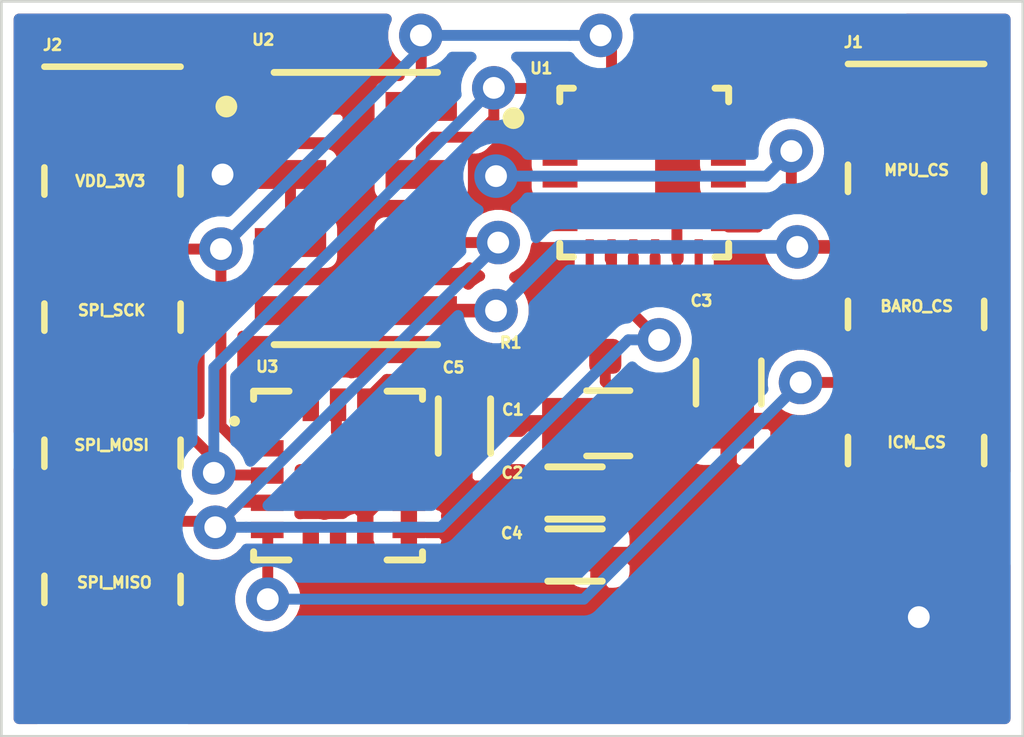
<source format=kicad_pcb>
(kicad_pcb (version 20171130) (host pcbnew "(5.1.5)-3")

  (general
    (thickness 1.6)
    (drawings 11)
    (tracks 115)
    (zones 0)
    (modules 11)
    (nets 27)
  )

  (page A4)
  (layers
    (0 F.Cu signal)
    (31 B.Cu signal)
    (32 B.Adhes user hide)
    (33 F.Adhes user hide)
    (34 B.Paste user hide)
    (35 F.Paste user hide)
    (36 B.SilkS user)
    (37 F.SilkS user)
    (38 B.Mask user)
    (39 F.Mask user)
    (40 Dwgs.User user)
    (41 Cmts.User user hide)
    (42 Eco1.User user hide)
    (43 Eco2.User user hide)
    (44 Edge.Cuts user)
    (45 Margin user hide)
    (46 B.CrtYd user hide)
    (47 F.CrtYd user)
    (48 B.Fab user hide)
    (49 F.Fab user hide)
  )

  (setup
    (last_trace_width 0.25)
    (user_trace_width 0.2)
    (trace_clearance 0.2)
    (zone_clearance 0.2)
    (zone_45_only no)
    (trace_min 0.2)
    (via_size 0.8)
    (via_drill 0.4)
    (via_min_size 0.4)
    (via_min_drill 0.3)
    (uvia_size 0.3)
    (uvia_drill 0.1)
    (uvias_allowed no)
    (uvia_min_size 0.2)
    (uvia_min_drill 0.1)
    (edge_width 0.05)
    (segment_width 0.2)
    (pcb_text_width 0.3)
    (pcb_text_size 1.5 1.5)
    (mod_edge_width 0.12)
    (mod_text_size 1 1)
    (mod_text_width 0.15)
    (pad_size 0.6 0.3)
    (pad_drill 0)
    (pad_to_mask_clearance 0.051)
    (solder_mask_min_width 0.25)
    (aux_axis_origin 0 0)
    (visible_elements 7FFFFFFF)
    (pcbplotparams
      (layerselection 0x010f0_ffffffff)
      (usegerberextensions false)
      (usegerberattributes false)
      (usegerberadvancedattributes false)
      (creategerberjobfile false)
      (excludeedgelayer true)
      (linewidth 0.100000)
      (plotframeref false)
      (viasonmask false)
      (mode 1)
      (useauxorigin false)
      (hpglpennumber 1)
      (hpglpenspeed 20)
      (hpglpendiameter 15.000000)
      (psnegative false)
      (psa4output false)
      (plotreference true)
      (plotvalue true)
      (plotinvisibletext false)
      (padsonsilk false)
      (subtractmaskfromsilk false)
      (outputformat 1)
      (mirror false)
      (drillshape 0)
      (scaleselection 1)
      (outputdirectory ""))
  )

  (net 0 "")
  (net 1 /VDD_3V3_SENSORS)
  (net 2 GND)
  (net 3 /MPU_CS)
  (net 4 /BARO_CS)
  (net 5 /ICM_CS)
  (net 6 /SPI_INT_MISO)
  (net 7 /SPI_INT_MOSI)
  (net 8 /SPI_INT_SCK)
  (net 9 "Net-(U1-Pad2)")
  (net 10 "Net-(U1-Pad3)")
  (net 11 "Net-(U1-Pad4)")
  (net 12 "Net-(U1-Pad5)")
  (net 13 "Net-(U1-Pad6)")
  (net 14 "Net-(U1-Pad7)")
  (net 15 /MPU_DRDY)
  (net 16 "Net-(U1-Pad14)")
  (net 17 "Net-(U1-Pad15)")
  (net 18 "Net-(U1-Pad16)")
  (net 19 "Net-(U1-Pad17)")
  (net 20 "Net-(U1-Pad19)")
  (net 21 "Net-(U1-Pad21)")
  (net 22 "Net-(U2-Pad4)")
  (net 23 "Net-(U3-Pad6)")
  (net 24 "Net-(U3-Pad7)")
  (net 25 "Net-(C3-Pad1)")
  (net 26 "Net-(C5-Pad1)")

  (net_class Default "This is the default net class."
    (clearance 0.2)
    (trace_width 0.25)
    (via_dia 0.8)
    (via_drill 0.4)
    (uvia_dia 0.3)
    (uvia_drill 0.1)
    (add_net /BARO_CS)
    (add_net /ICM_CS)
    (add_net /MPU_CS)
    (add_net /MPU_DRDY)
    (add_net /SPI_INT_MISO)
    (add_net /SPI_INT_MOSI)
    (add_net /SPI_INT_SCK)
    (add_net /VDD_3V3_SENSORS)
    (add_net GND)
    (add_net "Net-(C3-Pad1)")
    (add_net "Net-(C5-Pad1)")
    (add_net "Net-(U1-Pad14)")
    (add_net "Net-(U1-Pad15)")
    (add_net "Net-(U1-Pad16)")
    (add_net "Net-(U1-Pad17)")
    (add_net "Net-(U1-Pad19)")
    (add_net "Net-(U1-Pad2)")
    (add_net "Net-(U1-Pad21)")
    (add_net "Net-(U1-Pad3)")
    (add_net "Net-(U1-Pad4)")
    (add_net "Net-(U1-Pad5)")
    (add_net "Net-(U1-Pad6)")
    (add_net "Net-(U1-Pad7)")
    (add_net "Net-(U2-Pad4)")
    (add_net "Net-(U3-Pad6)")
    (add_net "Net-(U3-Pad7)")
  )

  (module ICM-20602:PQFN50P300X300X80-16N (layer F.Cu) (tedit 5ECCBDBB) (tstamp 5ECDDBAF)
    (at 132.68 43.21)
    (path /5ECBD769)
    (fp_text reference U3 (at -1.3 -2) (layer F.SilkS)
      (effects (font (size 0.2 0.2) (thickness 0.05)))
    )
    (fp_text value ICM-20602 (at 0.3 2.1) (layer F.Fab)
      (effects (font (size 0.2 0.2) (thickness 0.05)))
    )
    (fp_poly (pts (xy -0.8 -0.8) (xy 0.8 -0.8) (xy 0.8 0.8) (xy -0.8 0.8)) (layer Dwgs.User) (width 0.01))
    (fp_poly (pts (xy -0.8 -0.8) (xy 0.8 -0.8) (xy 0.8 0.8) (xy -0.8 0.8)) (layer Dwgs.User) (width 0.01))
    (fp_circle (center -1.25 -1) (end -1.2 -1) (layer F.Fab) (width 0.1))
    (fp_circle (center -1.9 -1) (end -1.85 -1) (layer F.SilkS) (width 0.1))
    (fp_line (start -1.76 1.76) (end -1.76 -1.76) (layer F.CrtYd) (width 0.05))
    (fp_line (start 1.76 1.75) (end -1.76 1.76) (layer F.CrtYd) (width 0.05))
    (fp_line (start 1.76 -1.76) (end 1.76 1.75) (layer F.CrtYd) (width 0.05))
    (fp_line (start -1.76 -1.76) (end 1.76 -1.76) (layer F.CrtYd) (width 0.05))
    (fp_line (start 1.55 1.55) (end 1.55 1.4) (layer F.SilkS) (width 0.127))
    (fp_line (start 0.9 1.55) (end 1.55 1.55) (layer F.SilkS) (width 0.127))
    (fp_line (start -1.55 1.55) (end -0.9 1.55) (layer F.SilkS) (width 0.127))
    (fp_line (start -1.55 1.4) (end -1.55 1.55) (layer F.SilkS) (width 0.127))
    (fp_line (start 1.55 -1.55) (end 1.55 -1.4) (layer F.SilkS) (width 0.127))
    (fp_line (start 0.9 -1.55) (end 1.55 -1.55) (layer F.SilkS) (width 0.127))
    (fp_line (start -1.55 -1.55) (end -0.9 -1.55) (layer F.SilkS) (width 0.127))
    (fp_line (start -1.55 -1.4) (end -1.55 -1.55) (layer F.SilkS) (width 0.127))
    (fp_line (start -1.55 1.55) (end -1.55 -1.55) (layer F.Fab) (width 0.127))
    (fp_line (start 1.55 1.55) (end -1.55 1.55) (layer F.Fab) (width 0.127))
    (fp_line (start 1.55 -1.55) (end 1.55 1.55) (layer F.Fab) (width 0.127))
    (fp_line (start -1.55 -1.55) (end 1.55 -1.55) (layer F.Fab) (width 0.127))
    (pad 16 smd rect (at -0.5 -1.3) (size 0.3 0.6) (layers F.Cu F.Paste F.Mask)
      (net 1 /VDD_3V3_SENSORS))
    (pad 15 smd rect (at 0 -1.3) (size 0.3 0.6) (layers F.Cu F.Paste F.Mask)
      (net 2 GND))
    (pad 14 smd rect (at 0.5 -1.3) (size 0.3 0.6) (layers F.Cu F.Paste F.Mask)
      (net 26 "Net-(C5-Pad1)"))
    (pad 13 smd rect (at 1.3 -1) (size 0.6 0.3) (layers F.Cu F.Paste F.Mask)
      (net 2 GND))
    (pad 12 smd rect (at 1.3 -0.5) (size 0.6 0.3) (layers F.Cu F.Paste F.Mask)
      (net 2 GND))
    (pad 11 smd rect (at 1.3 0) (size 0.6 0.3) (layers F.Cu F.Paste F.Mask)
      (net 2 GND))
    (pad 10 smd rect (at 1.3 0.5) (size 0.6 0.3) (layers F.Cu F.Paste F.Mask)
      (net 2 GND))
    (pad 9 smd rect (at 1.3 1) (size 0.6 0.3) (layers F.Cu F.Paste F.Mask)
      (net 2 GND))
    (pad 8 smd rect (at 0.5 1.3) (size 0.3 0.6) (layers F.Cu F.Paste F.Mask)
      (net 2 GND))
    (pad 7 smd rect (at 0 1.3) (size 0.3 0.6) (layers F.Cu F.Paste F.Mask)
      (net 24 "Net-(U3-Pad7)"))
    (pad 6 smd rect (at -0.5 1.3) (size 0.3 0.6) (layers F.Cu F.Paste F.Mask)
      (net 23 "Net-(U3-Pad6)"))
    (pad 5 smd rect (at -1.3 1) (size 0.6 0.3) (layers F.Cu F.Paste F.Mask)
      (net 5 /ICM_CS))
    (pad 4 smd rect (at -1.3 0.5) (size 0.6 0.3) (layers F.Cu F.Paste F.Mask)
      (net 6 /SPI_INT_MISO))
    (pad 3 smd rect (at -1.3 0) (size 0.6 0.3) (layers F.Cu F.Paste F.Mask)
      (net 7 /SPI_INT_MOSI))
    (pad 2 smd rect (at -1.3 -0.5) (size 0.6 0.3) (layers F.Cu F.Paste F.Mask)
      (net 8 /SPI_INT_SCK))
    (pad 1 smd rect (at -1.3 -1) (size 0.6 0.3) (layers F.Cu F.Paste F.Mask)
      (net 1 /VDD_3V3_SENSORS))
    (model ${KISYS3DMOD}/Package_LGA.3dshapes/LGA-16_3x3mm_P0.5mm_LayoutBorder3x5y.wrl
      (at (xyz 0 0 0))
      (scale (xyz 1 1 1))
      (rotate (xyz 0 0 0))
    )
  )

  (module MPU-9250:QFN40P300X300X105-24N (layer F.Cu) (tedit 5ECCB20E) (tstamp 5ECD9930)
    (at 138.300001 37.645001)
    (path /5ECBCD1C)
    (fp_text reference U1 (at -1.890001 -1.915001) (layer F.SilkS)
      (effects (font (size 0.2 0.2) (thickness 0.05)))
    )
    (fp_text value MPU-9250 (at -0.2 2.4) (layer F.Fab)
      (effects (font (size 0.2 0.2) (thickness 0.05)))
    )
    (fp_line (start -1.55 -1.55) (end 1.55 -1.55) (layer F.Fab) (width 0.127))
    (fp_line (start 1.55 -1.55) (end 1.55 1.55) (layer F.Fab) (width 0.127))
    (fp_line (start 1.55 1.55) (end -1.55 1.55) (layer F.Fab) (width 0.127))
    (fp_line (start -1.55 1.55) (end -1.55 -1.55) (layer F.Fab) (width 0.127))
    (fp_line (start -1.3 -1.55) (end -1.55 -1.55) (layer F.SilkS) (width 0.127))
    (fp_line (start -1.55 -1.55) (end -1.55 -1.3) (layer F.SilkS) (width 0.127))
    (fp_line (start 1.3 -1.55) (end 1.55 -1.55) (layer F.SilkS) (width 0.127))
    (fp_line (start 1.55 -1.55) (end 1.55 -1.3) (layer F.SilkS) (width 0.127))
    (fp_line (start 1.55 1.3) (end 1.55 1.55) (layer F.SilkS) (width 0.127))
    (fp_line (start 1.55 1.55) (end 1.3 1.55) (layer F.SilkS) (width 0.127))
    (fp_line (start -1.55 1.3) (end -1.55 1.55) (layer F.SilkS) (width 0.127))
    (fp_line (start -1.55 1.55) (end -1.3 1.55) (layer F.SilkS) (width 0.127))
    (fp_line (start -2.12 -2.12) (end 2.12 -2.12) (layer F.CrtYd) (width 0.05))
    (fp_line (start 2.12 -2.12) (end 2.12 2.12) (layer F.CrtYd) (width 0.05))
    (fp_line (start 2.12 2.12) (end -2.12 2.12) (layer F.CrtYd) (width 0.05))
    (fp_line (start -2.12 2.12) (end -2.12 -2.12) (layer F.CrtYd) (width 0.05))
    (fp_circle (center -2.4 -1) (end -2.3 -1) (layer F.SilkS) (width 0.2))
    (fp_circle (center -1.2 -1.1) (end -1.1 -1.1) (layer F.Fab) (width 0.2))
    (fp_poly (pts (xy -0.85 -0.77) (xy 0.85 -0.77) (xy 0.85 0.77) (xy -0.85 0.77)) (layer Dwgs.User) (width 0.01))
    (fp_poly (pts (xy -0.85 -0.77) (xy 0.85 -0.77) (xy 0.85 0.77) (xy -0.85 0.77)) (layer Dwgs.User) (width 0.01))
    (pad 1 smd rect (at -1.545 -1) (size 0.64 0.15) (layers F.Cu F.Paste F.Mask)
      (net 1 /VDD_3V3_SENSORS))
    (pad 2 smd rect (at -1.545 -0.6) (size 0.64 0.15) (layers F.Cu F.Paste F.Mask)
      (net 9 "Net-(U1-Pad2)"))
    (pad 3 smd rect (at -1.545 -0.2) (size 0.64 0.15) (layers F.Cu F.Paste F.Mask)
      (net 10 "Net-(U1-Pad3)"))
    (pad 4 smd rect (at -1.545 0.2) (size 0.64 0.15) (layers F.Cu F.Paste F.Mask)
      (net 11 "Net-(U1-Pad4)"))
    (pad 5 smd rect (at -1.545 0.6) (size 0.64 0.15) (layers F.Cu F.Paste F.Mask)
      (net 12 "Net-(U1-Pad5)"))
    (pad 6 smd rect (at -1.545 1) (size 0.64 0.15) (layers F.Cu F.Paste F.Mask)
      (net 13 "Net-(U1-Pad6)"))
    (pad 7 smd rect (at -1 1.545) (size 0.15 0.64) (layers F.Cu F.Paste F.Mask)
      (net 14 "Net-(U1-Pad7)"))
    (pad 8 smd rect (at -0.6 1.545) (size 0.15 0.64) (layers F.Cu F.Paste F.Mask)
      (net 1 /VDD_3V3_SENSORS))
    (pad 9 smd rect (at -0.2 1.545) (size 0.15 0.64) (layers F.Cu F.Paste F.Mask)
      (net 6 /SPI_INT_MISO))
    (pad 10 smd rect (at 0.2 1.545) (size 0.15 0.64) (layers F.Cu F.Paste F.Mask)
      (net 25 "Net-(C3-Pad1)"))
    (pad 11 smd rect (at 0.6 1.545) (size 0.15 0.64) (layers F.Cu F.Paste F.Mask)
      (net 2 GND))
    (pad 12 smd rect (at 1 1.545) (size 0.15 0.64) (layers F.Cu F.Paste F.Mask)
      (net 15 /MPU_DRDY))
    (pad 13 smd rect (at 1.545 1) (size 0.64 0.15) (layers F.Cu F.Paste F.Mask)
      (net 1 /VDD_3V3_SENSORS))
    (pad 14 smd rect (at 1.545 0.6) (size 0.64 0.15) (layers F.Cu F.Paste F.Mask)
      (net 16 "Net-(U1-Pad14)"))
    (pad 15 smd rect (at 1.545 0.2) (size 0.64 0.15) (layers F.Cu F.Paste F.Mask)
      (net 17 "Net-(U1-Pad15)"))
    (pad 16 smd rect (at 1.545 -0.2) (size 0.64 0.15) (layers F.Cu F.Paste F.Mask)
      (net 18 "Net-(U1-Pad16)"))
    (pad 17 smd rect (at 1.545 -0.6) (size 0.64 0.15) (layers F.Cu F.Paste F.Mask)
      (net 19 "Net-(U1-Pad17)"))
    (pad 18 smd rect (at 1.545 -1) (size 0.64 0.15) (layers F.Cu F.Paste F.Mask)
      (net 2 GND))
    (pad 19 smd rect (at 1 -1.545) (size 0.15 0.64) (layers F.Cu F.Paste F.Mask)
      (net 20 "Net-(U1-Pad19)"))
    (pad 20 smd rect (at 0.6 -1.545) (size 0.15 0.64) (layers F.Cu F.Paste F.Mask)
      (net 2 GND))
    (pad 21 smd rect (at 0.2 -1.545) (size 0.15 0.64) (layers F.Cu F.Paste F.Mask)
      (net 21 "Net-(U1-Pad21)"))
    (pad 22 smd rect (at -0.2 -1.545) (size 0.15 0.64) (layers F.Cu F.Paste F.Mask)
      (net 3 /MPU_CS))
    (pad 23 smd rect (at -0.6 -1.545) (size 0.15 0.64) (layers F.Cu F.Paste F.Mask)
      (net 8 /SPI_INT_SCK))
    (pad 24 smd rect (at -1 -1.545) (size 0.15 0.64) (layers F.Cu F.Paste F.Mask)
      (net 7 /SPI_INT_MOSI))
    (model ${KIPRJMOD}/MPU-9250/SEN-13762.stp
      (at (xyz 0 0 0))
      (scale (xyz 1 1 1))
      (rotate (xyz 0 0 0))
    )
  )

  (module C1608X6S1C225K080AC:CAPC1608X90N (layer F.Cu) (tedit 5ECC712A) (tstamp 5ECD9880)
    (at 137.64 42.25)
    (path /5ECCABA1)
    (fp_text reference C1 (at -1.75 -0.25) (layer F.SilkS)
      (effects (font (size 0.2 0.2) (thickness 0.05)))
    )
    (fp_text value 2u2 (at -0.3 0.9) (layer F.Fab)
      (effects (font (size 0.2 0.2) (thickness 0.05)))
    )
    (fp_line (start 0.4 0.6) (end -0.4 0.6) (layer F.SilkS) (width 0.12))
    (fp_line (start -0.4 -0.6) (end 0.4 -0.6) (layer F.SilkS) (width 0.12))
    (fp_line (start 1.465 0.715) (end 1.465 -0.715) (layer F.CrtYd) (width 0.05))
    (fp_line (start -1.465 0.715) (end -1.465 -0.715) (layer F.CrtYd) (width 0.05))
    (fp_line (start -1.465 -0.715) (end 1.465 -0.715) (layer F.CrtYd) (width 0.05))
    (fp_line (start -1.465 0.715) (end 1.465 0.715) (layer F.CrtYd) (width 0.05))
    (fp_line (start -0.85 0.45) (end -0.85 -0.45) (layer F.Fab) (width 0.127))
    (fp_line (start 0.85 0.45) (end 0.85 -0.45) (layer F.Fab) (width 0.127))
    (fp_line (start 0.85 -0.45) (end -0.85 -0.45) (layer F.Fab) (width 0.127))
    (fp_line (start 0.85 0.45) (end -0.85 0.45) (layer F.Fab) (width 0.127))
    (pad 2 smd rect (at 0.709 0) (size 1.01 0.93) (layers F.Cu F.Paste F.Mask)
      (net 2 GND))
    (pad 1 smd rect (at -0.709 0) (size 1.01 0.93) (layers F.Cu F.Paste F.Mask)
      (net 1 /VDD_3V3_SENSORS))
    (model ${KISYS3DMOD}/Capacitor_SMD.3dshapes/C_0603_1608Metric.wrl
      (at (xyz 0 0 0))
      (scale (xyz 1 1 1))
      (rotate (xyz 0 0 0))
    )
  )

  (module CC0402ZRY5V7BB104:CAPC1005X55N (layer F.Cu) (tedit 5ECB5D2C) (tstamp 5ECD9890)
    (at 137.03 43.53)
    (path /5ECC90EC)
    (fp_text reference C2 (at -1.15 -0.37) (layer F.SilkS)
      (effects (font (size 0.2 0.2) (thickness 0.05)))
    )
    (fp_text value 0u1 (at 0.3 0.8) (layer F.Fab)
      (effects (font (size 0.2 0.2) (thickness 0.05)))
    )
    (fp_line (start 0.53 -0.28) (end -0.53 -0.28) (layer F.Fab) (width 0.127))
    (fp_line (start -0.53 -0.28) (end -0.53 0.28) (layer F.Fab) (width 0.127))
    (fp_line (start -0.53 0.28) (end 0.53 0.28) (layer F.Fab) (width 0.127))
    (fp_line (start 0.53 0.28) (end 0.53 -0.28) (layer F.Fab) (width 0.127))
    (fp_line (start 0.5 -0.48) (end -0.5 -0.48) (layer F.SilkS) (width 0.127))
    (fp_line (start -0.5 0.48) (end 0.5 0.48) (layer F.SilkS) (width 0.127))
    (fp_line (start 0.85 -0.54) (end -0.85 -0.54) (layer F.CrtYd) (width 0.05))
    (fp_line (start -0.85 -0.54) (end -0.85 0.54) (layer F.CrtYd) (width 0.05))
    (fp_line (start -0.85 0.54) (end 0.85 0.54) (layer F.CrtYd) (width 0.05))
    (fp_line (start 0.85 0.54) (end 0.85 -0.54) (layer F.CrtYd) (width 0.05))
    (pad 1 smd rect (at -0.43 0) (size 0.54 0.6) (layers F.Cu F.Paste F.Mask)
      (net 1 /VDD_3V3_SENSORS))
    (pad 2 smd rect (at 0.43 0) (size 0.54 0.6) (layers F.Cu F.Paste F.Mask)
      (net 2 GND))
    (model ${KISYS3DMOD}/Capacitor_SMD.3dshapes/C_0402_1005Metric.wrl
      (at (xyz 0 0 0))
      (scale (xyz 1 1 1))
      (rotate (xyz 0 0 0))
    )
  )

  (module C1608X6S1C225K080AC:CAPC1608X90N (layer F.Cu) (tedit 5ECC712A) (tstamp 5ECD98A0)
    (at 139.85 41.5 270)
    (path /5ECC77C6)
    (fp_text reference C3 (at -1.5 0.5 180) (layer F.SilkS)
      (effects (font (size 0.2 0.2) (thickness 0.05)))
    )
    (fp_text value 2u2 (at -0.3 0.9 90) (layer F.Fab)
      (effects (font (size 0.2 0.2) (thickness 0.05)))
    )
    (fp_line (start 0.85 0.45) (end -0.85 0.45) (layer F.Fab) (width 0.127))
    (fp_line (start 0.85 -0.45) (end -0.85 -0.45) (layer F.Fab) (width 0.127))
    (fp_line (start 0.85 0.45) (end 0.85 -0.45) (layer F.Fab) (width 0.127))
    (fp_line (start -0.85 0.45) (end -0.85 -0.45) (layer F.Fab) (width 0.127))
    (fp_line (start -1.465 0.715) (end 1.465 0.715) (layer F.CrtYd) (width 0.05))
    (fp_line (start -1.465 -0.715) (end 1.465 -0.715) (layer F.CrtYd) (width 0.05))
    (fp_line (start -1.465 0.715) (end -1.465 -0.715) (layer F.CrtYd) (width 0.05))
    (fp_line (start 1.465 0.715) (end 1.465 -0.715) (layer F.CrtYd) (width 0.05))
    (fp_line (start -0.4 -0.6) (end 0.4 -0.6) (layer F.SilkS) (width 0.12))
    (fp_line (start 0.4 0.6) (end -0.4 0.6) (layer F.SilkS) (width 0.12))
    (pad 1 smd rect (at -0.709 0 270) (size 1.01 0.93) (layers F.Cu F.Paste F.Mask)
      (net 25 "Net-(C3-Pad1)"))
    (pad 2 smd rect (at 0.709 0 270) (size 1.01 0.93) (layers F.Cu F.Paste F.Mask)
      (net 2 GND))
    (model ${KISYS3DMOD}/Capacitor_SMD.3dshapes/C_0603_1608Metric.wrl
      (at (xyz 0 0 0))
      (scale (xyz 1 1 1))
      (rotate (xyz 0 0 0))
    )
  )

  (module CC0402ZRY5V7BB104:CAPC1005X55N (layer F.Cu) (tedit 5ECB5D2C) (tstamp 5ECD98B0)
    (at 137.03 44.67)
    (path /5ECC0F61)
    (fp_text reference C4 (at -1.16 -0.4) (layer F.SilkS)
      (effects (font (size 0.2 0.2) (thickness 0.05)))
    )
    (fp_text value 0u1 (at 0.3 0.8) (layer F.Fab)
      (effects (font (size 0.2 0.2) (thickness 0.05)))
    )
    (fp_line (start 0.85 0.54) (end 0.85 -0.54) (layer F.CrtYd) (width 0.05))
    (fp_line (start -0.85 0.54) (end 0.85 0.54) (layer F.CrtYd) (width 0.05))
    (fp_line (start -0.85 -0.54) (end -0.85 0.54) (layer F.CrtYd) (width 0.05))
    (fp_line (start 0.85 -0.54) (end -0.85 -0.54) (layer F.CrtYd) (width 0.05))
    (fp_line (start -0.5 0.48) (end 0.5 0.48) (layer F.SilkS) (width 0.127))
    (fp_line (start 0.5 -0.48) (end -0.5 -0.48) (layer F.SilkS) (width 0.127))
    (fp_line (start 0.53 0.28) (end 0.53 -0.28) (layer F.Fab) (width 0.127))
    (fp_line (start -0.53 0.28) (end 0.53 0.28) (layer F.Fab) (width 0.127))
    (fp_line (start -0.53 -0.28) (end -0.53 0.28) (layer F.Fab) (width 0.127))
    (fp_line (start 0.53 -0.28) (end -0.53 -0.28) (layer F.Fab) (width 0.127))
    (pad 2 smd rect (at 0.43 0) (size 0.54 0.6) (layers F.Cu F.Paste F.Mask)
      (net 2 GND))
    (pad 1 smd rect (at -0.43 0) (size 0.54 0.6) (layers F.Cu F.Paste F.Mask)
      (net 1 /VDD_3V3_SENSORS))
    (model ${KISYS3DMOD}/Capacitor_SMD.3dshapes/C_0402_1005Metric.wrl
      (at (xyz 0 0 0))
      (scale (xyz 1 1 1))
      (rotate (xyz 0 0 0))
    )
  )

  (module CC0402ZRY5V7BB104:CAPC1005X55N (layer F.Cu) (tedit 5ECB5D2C) (tstamp 5ECD98C0)
    (at 135 42.3 270)
    (path /5ECBF0E1)
    (fp_text reference C5 (at -1.075 0.2 180) (layer F.SilkS)
      (effects (font (size 0.2 0.2) (thickness 0.05)))
    )
    (fp_text value 0u1 (at 0.3 0.8 90) (layer F.Fab)
      (effects (font (size 0.2 0.2) (thickness 0.05)))
    )
    (fp_line (start 0.53 -0.28) (end -0.53 -0.28) (layer F.Fab) (width 0.127))
    (fp_line (start -0.53 -0.28) (end -0.53 0.28) (layer F.Fab) (width 0.127))
    (fp_line (start -0.53 0.28) (end 0.53 0.28) (layer F.Fab) (width 0.127))
    (fp_line (start 0.53 0.28) (end 0.53 -0.28) (layer F.Fab) (width 0.127))
    (fp_line (start 0.5 -0.48) (end -0.5 -0.48) (layer F.SilkS) (width 0.127))
    (fp_line (start -0.5 0.48) (end 0.5 0.48) (layer F.SilkS) (width 0.127))
    (fp_line (start 0.85 -0.54) (end -0.85 -0.54) (layer F.CrtYd) (width 0.05))
    (fp_line (start -0.85 -0.54) (end -0.85 0.54) (layer F.CrtYd) (width 0.05))
    (fp_line (start -0.85 0.54) (end 0.85 0.54) (layer F.CrtYd) (width 0.05))
    (fp_line (start 0.85 0.54) (end 0.85 -0.54) (layer F.CrtYd) (width 0.05))
    (pad 1 smd rect (at -0.43 0 270) (size 0.54 0.6) (layers F.Cu F.Paste F.Mask)
      (net 26 "Net-(C5-Pad1)"))
    (pad 2 smd rect (at 0.43 0 270) (size 0.54 0.6) (layers F.Cu F.Paste F.Mask)
      (net 2 GND))
    (model ${KISYS3DMOD}/Capacitor_SMD.3dshapes/C_0402_1005Metric.wrl
      (at (xyz 0 0 0))
      (scale (xyz 1 1 1))
      (rotate (xyz 0 0 0))
    )
  )

  (module SENSOR_CONN:sensorconnect_1x4 (layer F.Cu) (tedit 5ECC8594) (tstamp 5ECD98D7)
    (at 143.14 40.25)
    (path /5ED6C02D)
    (fp_text reference J1 (at -1 -5) (layer F.SilkS)
      (effects (font (size 0.2 0.2) (thickness 0.05)))
    )
    (fp_text value Conn_01x04 (at 0 5.05) (layer F.Fab)
      (effects (font (size 0.2 0.2) (thickness 0.05)))
    )
    (fp_line (start 1.15 4.25) (end 1.15 -4.25) (layer F.Fab) (width 0.12))
    (fp_line (start 1.4 -0.25) (end 1.4 0.25) (layer F.SilkS) (width 0.12))
    (fp_line (start -1.1 2.25) (end -1.1 2.75) (layer F.SilkS) (width 0.12))
    (fp_line (start 1.65 4.75) (end 1.65 -4.75) (layer F.CrtYd) (width 0.12))
    (fp_line (start -0.85 4.25) (end 1.15 4.25) (layer F.Fab) (width 0.12))
    (fp_line (start 1.65 -4.75) (end -1.35 -4.75) (layer F.CrtYd) (width 0.12))
    (fp_line (start 1.4 -2.75) (end 1.4 -2.25) (layer F.SilkS) (width 0.12))
    (fp_line (start -1.1 -4.6) (end 1.4 -4.6) (layer F.SilkS) (width 0.12))
    (fp_line (start -1.1 -2.75) (end -1.1 -2.25) (layer F.SilkS) (width 0.12))
    (fp_line (start -1.35 4.75) (end 1.65 4.75) (layer F.CrtYd) (width 0.12))
    (fp_line (start 1.4 2.25) (end 1.4 2.75) (layer F.SilkS) (width 0.12))
    (fp_line (start -1.35 -4.75) (end -1.35 4.75) (layer F.CrtYd) (width 0.12))
    (fp_line (start -0.85 -4.25) (end -0.85 4.25) (layer F.Fab) (width 0.12))
    (fp_line (start -1.1 -0.25) (end -1.1 0.25) (layer F.SilkS) (width 0.12))
    (fp_line (start 1.15 -4.25) (end -0.85 -4.25) (layer F.Fab) (width 0.12))
    (pad 1 smd rect (at 0.15 -3.75) (size 2.5 1.5) (layers F.Cu F.Paste F.Mask)
      (net 3 /MPU_CS))
    (pad 2 smd rect (at 0.15 -1.25) (size 2.5 1.5) (layers F.Cu F.Paste F.Mask)
      (net 4 /BARO_CS))
    (pad 4 smd rect (at 0.15 3.75) (size 2.5 1.5) (layers F.Cu F.Paste F.Mask)
      (net 2 GND))
    (pad 3 smd rect (at 0.15 1.25) (size 2.5 1.5) (layers F.Cu F.Paste F.Mask)
      (net 5 /ICM_CS))
  )

  (module SENSOR_CONN:sensorconnect_1x5 (layer F.Cu) (tedit 5ECC8764) (tstamp 5ECD98F1)
    (at 128.44 41.4)
    (path /5ED7CDED)
    (fp_text reference J2 (at -1 -6.1) (layer F.SilkS)
      (effects (font (size 0.2 0.2) (thickness 0.05)))
    )
    (fp_text value Conn_01x05 (at -0.1 6.5) (layer F.Fab)
      (effects (font (size 0.2 0.2) (thickness 0.05)))
    )
    (fp_line (start -1.15 -5.7) (end 1.35 -5.7) (layer F.SilkS) (width 0.12))
    (fp_line (start 1.1 5.8) (end 1.1 -5.35) (layer F.Fab) (width 0.12))
    (fp_line (start 1.6 6.2) (end 1.6 -5.85) (layer F.CrtYd) (width 0.12))
    (fp_line (start 1.35 -3.85) (end 1.35 -3.35) (layer F.SilkS) (width 0.12))
    (fp_line (start 1.1 -5.35) (end -0.9 -5.35) (layer F.Fab) (width 0.12))
    (fp_line (start -1.4 6.2) (end 1.6 6.2) (layer F.CrtYd) (width 0.12))
    (fp_line (start -0.9 5.8) (end 1.1 5.8) (layer F.Fab) (width 0.12))
    (fp_line (start 1.35 -1.35) (end 1.35 -0.85) (layer F.SilkS) (width 0.12))
    (fp_line (start -1.15 -1.35) (end -1.15 -0.85) (layer F.SilkS) (width 0.12))
    (fp_line (start -0.9 -5.35) (end -0.9 5.8) (layer F.Fab) (width 0.12))
    (fp_line (start -1.15 1.15) (end -1.15 1.65) (layer F.SilkS) (width 0.12))
    (fp_line (start 1.35 1.15) (end 1.35 1.65) (layer F.SilkS) (width 0.12))
    (fp_line (start -1.15 -3.85) (end -1.15 -3.35) (layer F.SilkS) (width 0.12))
    (fp_line (start -1.4 -5.85) (end -1.4 6.2) (layer F.CrtYd) (width 0.12))
    (fp_line (start 1.6 -5.85) (end -1.4 -5.85) (layer F.CrtYd) (width 0.12))
    (fp_line (start 1.35 3.65) (end 1.35 4.15) (layer F.SilkS) (width 0.12))
    (fp_line (start -1.15 3.65) (end -1.15 4.15) (layer F.SilkS) (width 0.12))
    (pad 4 smd rect (at 0.1 2.65) (size 2.5 1.5) (layers F.Cu F.Paste F.Mask)
      (net 6 /SPI_INT_MISO))
    (pad 1 smd rect (at 0.1 -4.85) (size 2.5 1.5) (layers F.Cu F.Paste F.Mask)
      (net 1 /VDD_3V3_SENSORS))
    (pad 3 smd rect (at 0.1 0.15) (size 2.5 1.5) (layers F.Cu F.Paste F.Mask)
      (net 7 /SPI_INT_MOSI))
    (pad 2 smd rect (at 0.1 -2.35) (size 2.5 1.5) (layers F.Cu F.Paste F.Mask)
      (net 8 /SPI_INT_SCK))
    (pad 5 smd rect (at 0.1 5.15) (size 2.5 1.5) (layers F.Cu F.Paste F.Mask)
      (net 2 GND))
  )

  (module Capacitor_SMD:C_0402_1005Metric (layer F.Cu) (tedit 5B301BBE) (tstamp 5ECD9900)
    (at 137.1 41.02)
    (descr "Capacitor SMD 0402 (1005 Metric), square (rectangular) end terminal, IPC_7351 nominal, (Body size source: http://www.tortai-tech.com/upload/download/2011102023233369053.pdf), generated with kicad-footprint-generator")
    (tags capacitor)
    (path /5ECFF43E)
    (attr smd)
    (fp_text reference R1 (at -1.25 -0.25) (layer F.SilkS)
      (effects (font (size 0.2 0.2) (thickness 0.05)))
    )
    (fp_text value 220R (at 1.5 -0.25) (layer F.Fab)
      (effects (font (size 0.2 0.2) (thickness 0.05)))
    )
    (fp_line (start -0.5 0.25) (end -0.5 -0.25) (layer F.Fab) (width 0.1))
    (fp_line (start -0.5 -0.25) (end 0.5 -0.25) (layer F.Fab) (width 0.1))
    (fp_line (start 0.5 -0.25) (end 0.5 0.25) (layer F.Fab) (width 0.1))
    (fp_line (start 0.5 0.25) (end -0.5 0.25) (layer F.Fab) (width 0.1))
    (fp_line (start -0.93 0.47) (end -0.93 -0.47) (layer F.CrtYd) (width 0.05))
    (fp_line (start -0.93 -0.47) (end 0.93 -0.47) (layer F.CrtYd) (width 0.05))
    (fp_line (start 0.93 -0.47) (end 0.93 0.47) (layer F.CrtYd) (width 0.05))
    (fp_line (start 0.93 0.47) (end -0.93 0.47) (layer F.CrtYd) (width 0.05))
    (fp_text user %R (at 0 0) (layer F.Fab)
      (effects (font (size 0.25 0.25) (thickness 0.04)))
    )
    (pad 1 smd roundrect (at -0.485 0) (size 0.59 0.64) (layers F.Cu F.Paste F.Mask) (roundrect_rratio 0.25)
      (net 1 /VDD_3V3_SENSORS))
    (pad 2 smd roundrect (at 0.485 0) (size 0.59 0.64) (layers F.Cu F.Paste F.Mask) (roundrect_rratio 0.25)
      (net 2 GND))
    (model ${KISYS3DMOD}/Capacitor_SMD.3dshapes/C_0402_1005Metric.wrl
      (at (xyz 0 0 0))
      (scale (xyz 1 1 1))
      (rotate (xyz 0 0 0))
    )
  )

  (module MS561101BA03-50:SON125P500X300X100-8N (layer F.Cu) (tedit 5ECC6D5F) (tstamp 5ECD9954)
    (at 133.007001 38.305001)
    (path /5ECBE1FE)
    (fp_text reference U2 (at -1.7 -3.1) (layer F.SilkS)
      (effects (font (size 0.2 0.2) (thickness 0.05)))
    )
    (fp_text value MS561101BA03-50 (at -0.1 3) (layer F.Fab)
      (effects (font (size 0.2 0.2) (thickness 0.05)))
    )
    (fp_line (start -1.5 -2.5) (end -1.5 2.5) (layer F.Fab) (width 0.127))
    (fp_line (start -1.5 2.5) (end 1.5 2.5) (layer F.Fab) (width 0.127))
    (fp_line (start 1.5 2.5) (end 1.5 -2.5) (layer F.Fab) (width 0.127))
    (fp_line (start 1.5 -2.5) (end -1.5 -2.5) (layer F.Fab) (width 0.127))
    (fp_line (start -1.5 -2.5) (end 1.5 -2.5) (layer F.SilkS) (width 0.127))
    (fp_line (start -1.5 2.5) (end 1.5 2.5) (layer F.SilkS) (width 0.127))
    (fp_line (start -2.11 -2.78) (end -2.11 2.78) (layer F.CrtYd) (width 0.05))
    (fp_line (start -2.11 2.78) (end 2.11 2.78) (layer F.CrtYd) (width 0.05))
    (fp_line (start 2.11 2.78) (end 2.11 -2.78) (layer F.CrtYd) (width 0.05))
    (fp_line (start 2.11 -2.78) (end -2.11 -2.78) (layer F.CrtYd) (width 0.05))
    (fp_circle (center -2.377 -1.873) (end -2.277 -1.873) (layer F.SilkS) (width 0.2))
    (fp_poly (pts (xy -1.87537 -1.4375) (xy 1.875 -1.4375) (xy 1.875 -1.06271) (xy -1.87537 -1.06271)) (layer Dwgs.User) (width 0.01))
    (fp_poly (pts (xy -1.87796 -1.4375) (xy 1.875 -1.4375) (xy 1.875 -1.06418) (xy -1.87796 -1.06418)) (layer Dwgs.User) (width 0.01))
    (fp_poly (pts (xy -1.87578 -1.4375) (xy 1.875 -1.4375) (xy 1.875 -1.06294) (xy -1.87578 -1.06294)) (layer Dwgs.User) (width 0.01))
    (fp_poly (pts (xy -1.87846 -0.1875) (xy 1.875 -0.1875) (xy 1.875 0.187846) (xy -1.87846 0.187846)) (layer Dwgs.User) (width 0.01))
    (fp_poly (pts (xy -1.87801 -0.1875) (xy 1.875 -0.1875) (xy 1.875 0.187801) (xy -1.87801 0.187801)) (layer Dwgs.User) (width 0.01))
    (fp_poly (pts (xy -1.87722 -0.1875) (xy 1.875 -0.1875) (xy 1.875 0.187722) (xy -1.87722 0.187722)) (layer Dwgs.User) (width 0.01))
    (fp_poly (pts (xy -1.87797 1.0625) (xy 1.875 1.0625) (xy 1.875 1.43977) (xy -1.87797 1.43977)) (layer Dwgs.User) (width 0.01))
    (fp_poly (pts (xy -1.87834 1.0625) (xy 1.875 1.0625) (xy 1.875 1.44006) (xy -1.87834 1.44006)) (layer Dwgs.User) (width 0.01))
    (fp_poly (pts (xy -1.87749 1.0625) (xy 1.875 1.0625) (xy 1.875 1.43941) (xy -1.87749 1.43941)) (layer Dwgs.User) (width 0.01))
    (fp_poly (pts (xy -0.375208 -1.905) (xy 0.381 -1.905) (xy 0.381 1.93457) (xy -0.375208 1.93457)) (layer Dwgs.User) (width 0.01))
    (fp_poly (pts (xy -0.375314 -1.905) (xy 0.381 -1.905) (xy 0.381 1.93512) (xy -0.375314 1.93512)) (layer Dwgs.User) (width 0.01))
    (fp_poly (pts (xy -0.375263 -1.905) (xy 0.381 -1.905) (xy 0.381 1.93486) (xy -0.375263 1.93486)) (layer Dwgs.User) (width 0.01))
    (fp_circle (center -0.877 -1.873) (end -0.777 -1.873) (layer F.Fab) (width 0.2))
    (pad 1 smd rect (at -1.2 -1.875) (size 1.31 0.53) (layers F.Cu F.Paste F.Mask)
      (net 1 /VDD_3V3_SENSORS))
    (pad 8 smd rect (at 1.2 -1.875) (size 1.31 0.53) (layers F.Cu F.Paste F.Mask)
      (net 8 /SPI_INT_SCK))
    (pad 2 smd rect (at -1.2 -0.625) (size 1.31 0.53) (layers F.Cu F.Paste F.Mask)
      (net 2 GND))
    (pad 3 smd rect (at -1.2 0.625) (size 1.31 0.53) (layers F.Cu F.Paste F.Mask)
      (net 2 GND))
    (pad 4 smd rect (at -1.2 1.875) (size 1.31 0.53) (layers F.Cu F.Paste F.Mask)
      (net 22 "Net-(U2-Pad4)"))
    (pad 5 smd rect (at 1.2 1.875) (size 1.31 0.53) (layers F.Cu F.Paste F.Mask)
      (net 4 /BARO_CS))
    (pad 6 smd rect (at 1.2 0.625) (size 1.31 0.53) (layers F.Cu F.Paste F.Mask)
      (net 6 /SPI_INT_MISO))
    (pad 7 smd rect (at 1.2 -0.625) (size 1.31 0.53) (layers F.Cu F.Paste F.Mask)
      (net 7 /SPI_INT_MOSI))
    (model ${KIPRJMOD}/MS561101BA03-50/MS561101BA03-00.stp
      (at (xyz 0 0 0))
      (scale (xyz 1 1 1))
      (rotate (xyz 0 0 0))
    )
  )

  (gr_text SPI_MISO (at 128.575 45.175) (layer F.SilkS) (tstamp 5ECDB5B4)
    (effects (font (size 0.2 0.2) (thickness 0.05)))
  )
  (gr_text SPI_MOSI (at 128.525 42.65) (layer F.SilkS) (tstamp 5ECDB5B4)
    (effects (font (size 0.2 0.2) (thickness 0.05)))
  )
  (gr_text SPI_SCK (at 128.525 40.175) (layer F.SilkS) (tstamp 5ECDB5B4)
    (effects (font (size 0.2 0.2) (thickness 0.05)))
  )
  (gr_text VDD_3V3 (at 128.5 37.8) (layer F.SilkS) (tstamp 5ECDB5B4)
    (effects (font (size 0.2 0.2) (thickness 0.05)))
  )
  (gr_text ICM_CS (at 143.3 42.6) (layer F.SilkS) (tstamp 5ECDB5B4)
    (effects (font (size 0.2 0.2) (thickness 0.05)))
  )
  (gr_text BARO_CS (at 143.3 40.1) (layer F.SilkS) (tstamp 5ECDB5B4)
    (effects (font (size 0.2 0.2) (thickness 0.05)))
  )
  (gr_text MPU_CS (at 143.3 37.6) (layer F.SilkS) (tstamp 5ECDB53E)
    (effects (font (size 0.2 0.2) (thickness 0.05)))
  )
  (gr_line (start 126.5 48) (end 126.5 34.5) (layer Edge.Cuts) (width 0.05))
  (gr_line (start 145.25 48) (end 126.5 48) (layer Edge.Cuts) (width 0.05))
  (gr_line (start 145.25 34.5) (end 145.25 48) (layer Edge.Cuts) (width 0.05))
  (gr_line (start 126.5 34.5) (end 145.25 34.5) (layer Edge.Cuts) (width 0.05))

  (segment (start 137.700001 39.190001) (end 137.700001 39.934999) (width 0.2) (layer F.Cu) (net 1))
  (segment (start 136.755001 36.645001) (end 135.964999 36.645001) (width 0.2) (layer F.Cu) (net 1))
  (via (at 141 37.25) (size 0.8) (drill 0.4) (layers F.Cu B.Cu) (net 1))
  (segment (start 141 38.025004) (end 141 37.25) (width 0.2) (layer F.Cu) (net 1))
  (segment (start 139.845001 38.645001) (end 140.380003 38.645001) (width 0.2) (layer F.Cu) (net 1))
  (segment (start 140.380003 38.645001) (end 141 38.025004) (width 0.2) (layer F.Cu) (net 1))
  (via (at 135.58 37.71) (size 0.8) (drill 0.4) (layers F.Cu B.Cu) (net 1))
  (segment (start 140.54 37.71) (end 141 37.25) (width 0.2) (layer B.Cu) (net 1))
  (segment (start 135.58 37.71) (end 140.54 37.71) (width 0.2) (layer B.Cu) (net 1))
  (segment (start 136.6 42.581) (end 136.6 43.53) (width 0.2) (layer F.Cu) (net 1))
  (segment (start 136.931 42.25) (end 136.6 42.581) (width 0.2) (layer F.Cu) (net 1))
  (segment (start 136.6 43.53) (end 136.6 44.67) (width 0.2) (layer F.Cu) (net 1))
  (segment (start 138.349 42.25) (end 138.349 42.611) (width 0.2) (layer F.Cu) (net 2))
  (segment (start 137.585 41.486) (end 138.349 42.25) (width 0.2) (layer F.Cu) (net 2))
  (segment (start 137.585 41.02) (end 137.585 41.486) (width 0.2) (layer F.Cu) (net 2))
  (via (at 143.34 45.81) (size 0.8) (drill 0.4) (layers F.Cu B.Cu) (net 2))
  (segment (start 133.91 42.2) (end 133.91 42.7) (width 0.2) (layer F.Cu) (net 2))
  (segment (start 133.91 42.7) (end 133.91 43.2) (width 0.2) (layer F.Cu) (net 2))
  (segment (start 134.97 42.7) (end 135 42.73) (width 0.2) (layer F.Cu) (net 2))
  (segment (start 133.91 42.7) (end 134.97 42.7) (width 0.2) (layer F.Cu) (net 2))
  (segment (start 133.465 42.7) (end 133.91 42.7) (width 0.2) (layer F.Cu) (net 2))
  (segment (start 132.949998 42.7) (end 133.465 42.7) (width 0.2) (layer F.Cu) (net 2))
  (segment (start 132.65 42.400002) (end 132.949998 42.7) (width 0.2) (layer F.Cu) (net 2))
  (segment (start 132.65 41.94) (end 132.65 42.400002) (width 0.2) (layer F.Cu) (net 2))
  (segment (start 131.807001 37.680001) (end 131.807001 38.930001) (width 0.2) (layer F.Cu) (net 2))
  (via (at 130.56 37.68) (size 0.8) (drill 0.4) (layers F.Cu B.Cu) (net 2))
  (segment (start 131.807001 37.680001) (end 130.560001 37.680001) (width 0.2) (layer F.Cu) (net 2))
  (segment (start 130.560001 37.680001) (end 130.56 37.68) (width 0.2) (layer F.Cu) (net 2))
  (segment (start 139.809 42.25) (end 139.85 42.209) (width 0.2) (layer F.Cu) (net 2))
  (segment (start 138.349 42.25) (end 139.809 42.25) (width 0.2) (layer F.Cu) (net 2))
  (segment (start 138.900001 36.620001) (end 138.900001 39.190001) (width 0.2) (layer F.Cu) (net 2))
  (segment (start 138.900001 36.100001) (end 138.900001 36.620001) (width 0.2) (layer F.Cu) (net 2))
  (segment (start 139.845001 36.320001) (end 139.845001 36.645001) (width 0.25) (layer F.Cu) (net 2))
  (segment (start 139.845001 35.664999) (end 139.845001 36.320001) (width 0.25) (layer F.Cu) (net 2))
  (segment (start 139.635002 35.455) (end 139.845001 35.664999) (width 0.25) (layer F.Cu) (net 2))
  (segment (start 138.900001 36.100001) (end 138.9 35.53) (width 0.2) (layer F.Cu) (net 2))
  (segment (start 138.975 35.455) (end 139.635002 35.455) (width 0.2) (layer F.Cu) (net 2))
  (segment (start 138.9 35.53) (end 138.975 35.455) (width 0.2) (layer F.Cu) (net 2))
  (segment (start 143.29 35.55) (end 143.29 36.5) (width 0.2) (layer F.Cu) (net 3))
  (segment (start 138.100001 35.561001) (end 138.63101 35.029992) (width 0.2) (layer F.Cu) (net 3))
  (segment (start 142.769992 35.029992) (end 143.29 35.55) (width 0.2) (layer F.Cu) (net 3))
  (segment (start 138.63101 35.029992) (end 142.769992 35.029992) (width 0.2) (layer F.Cu) (net 3))
  (segment (start 138.100001 36.100001) (end 138.100001 35.561001) (width 0.2) (layer F.Cu) (net 3))
  (segment (start 134.207001 40.180001) (end 135.579999 40.180001) (width 0.25) (layer F.Cu) (net 4))
  (via (at 135.58 40.18) (size 0.8) (drill 0.4) (layers F.Cu B.Cu) (net 4))
  (segment (start 135.579999 40.180001) (end 135.58 40.18) (width 0.25) (layer F.Cu) (net 4))
  (via (at 141.11 39.01) (size 0.8) (drill 0.4) (layers F.Cu B.Cu) (net 4))
  (segment (start 135.58 40.18) (end 136.75 39.01) (width 0.25) (layer B.Cu) (net 4))
  (segment (start 136.75 39.01) (end 141.11 39.01) (width 0.25) (layer B.Cu) (net 4))
  (segment (start 143.28 39.01) (end 143.29 39) (width 0.25) (layer F.Cu) (net 4))
  (segment (start 141.11 39.01) (end 143.28 39.01) (width 0.25) (layer F.Cu) (net 4))
  (segment (start 143.29 41.5) (end 141.17 41.5) (width 0.2) (layer F.Cu) (net 5))
  (segment (start 137.19 45.48) (end 131.39 45.48) (width 0.2) (layer B.Cu) (net 5))
  (segment (start 141.17 41.5) (end 137.19 45.48) (width 0.2) (layer B.Cu) (net 5))
  (segment (start 131.39 44.2) (end 131.39 45.48) (width 0.2) (layer F.Cu) (net 5))
  (via (at 131.39 45.48) (size 0.8) (drill 0.4) (layers F.Cu B.Cu) (net 5))
  (via (at 141.17 41.5) (size 0.8) (drill 0.4) (layers F.Cu B.Cu) (net 5))
  (segment (start 138.100001 39.190001) (end 138.100001 40.243819) (width 0.2) (layer F.Cu) (net 6))
  (via (at 138.573396 40.717214) (size 0.8) (drill 0.4) (layers F.Cu B.Cu) (net 6))
  (segment (start 138.100001 40.243819) (end 138.573396 40.717214) (width 0.2) (layer F.Cu) (net 6))
  (via (at 135.62 38.93) (size 0.8) (drill 0.4) (layers F.Cu B.Cu) (net 6))
  (segment (start 134.207001 38.930001) (end 135.619999 38.930001) (width 0.2) (layer F.Cu) (net 6))
  (segment (start 135.619999 38.930001) (end 135.62 38.93) (width 0.2) (layer F.Cu) (net 6))
  (via (at 130.426583 44.15965) (size 0.8) (drill 0.4) (layers F.Cu B.Cu) (net 6))
  (segment (start 131.39 43.7) (end 130.886233 43.7) (width 0.2) (layer F.Cu) (net 6))
  (segment (start 130.886233 43.7) (end 130.426583 44.15965) (width 0.2) (layer F.Cu) (net 6))
  (segment (start 135.62 38.966233) (end 135.62 38.93) (width 0.2) (layer B.Cu) (net 6))
  (segment (start 130.426583 44.15965) (end 135.62 38.966233) (width 0.2) (layer B.Cu) (net 6))
  (segment (start 130.316933 44.05) (end 130.426583 44.15965) (width 0.2) (layer F.Cu) (net 6))
  (segment (start 128.54 44.05) (end 130.316933 44.05) (width 0.2) (layer F.Cu) (net 6))
  (segment (start 134.565275 44.15965) (end 130.992268 44.15965) (width 0.2) (layer B.Cu) (net 6))
  (segment (start 130.992268 44.15965) (end 130.426583 44.15965) (width 0.2) (layer B.Cu) (net 6))
  (segment (start 138.007711 40.717214) (end 134.565275 44.15965) (width 0.2) (layer B.Cu) (net 6))
  (segment (start 138.573396 40.717214) (end 138.007711 40.717214) (width 0.2) (layer B.Cu) (net 6))
  (via (at 130.400049 43.160001) (size 0.8) (drill 0.4) (layers F.Cu B.Cu) (net 7))
  (segment (start 131.39 43.2) (end 130.440048 43.2) (width 0.2) (layer F.Cu) (net 7))
  (segment (start 130.440048 43.2) (end 130.400049 43.160001) (width 0.2) (layer F.Cu) (net 7))
  (segment (start 130.400049 42.910049) (end 130.400049 43.160001) (width 0.2) (layer F.Cu) (net 7))
  (segment (start 129.04 41.55) (end 130.400049 42.910049) (width 0.2) (layer F.Cu) (net 7))
  (segment (start 128.54 41.55) (end 129.04 41.55) (width 0.2) (layer F.Cu) (net 7))
  (via (at 135.539413 36.089234) (size 0.8) (drill 0.4) (layers F.Cu B.Cu) (net 7))
  (segment (start 137.300001 36.100001) (end 135.55018 36.100001) (width 0.2) (layer F.Cu) (net 7))
  (segment (start 135.55018 36.100001) (end 135.539413 36.089234) (width 0.2) (layer F.Cu) (net 7))
  (segment (start 135.539413 36.654919) (end 135.539413 36.089234) (width 0.2) (layer F.Cu) (net 7))
  (segment (start 135.19933 36.995002) (end 135.539413 36.654919) (width 0.2) (layer F.Cu) (net 7))
  (segment (start 134.427 36.995002) (end 135.19933 36.995002) (width 0.2) (layer F.Cu) (net 7))
  (segment (start 134.207001 37.215001) (end 134.427 36.995002) (width 0.2) (layer F.Cu) (net 7))
  (segment (start 134.207001 37.680001) (end 134.207001 37.215001) (width 0.2) (layer F.Cu) (net 7))
  (segment (start 130.400049 41.228598) (end 135.539413 36.089234) (width 0.2) (layer B.Cu) (net 7))
  (segment (start 130.400049 43.160001) (end 130.400049 41.228598) (width 0.2) (layer B.Cu) (net 7))
  (segment (start 137.700001 36.100001) (end 137.700001 35.325001) (width 0.2) (layer F.Cu) (net 8))
  (via (at 137.5 35.125) (size 0.8) (drill 0.4) (layers F.Cu B.Cu) (net 8))
  (segment (start 137.700001 35.325001) (end 137.5 35.125) (width 0.2) (layer F.Cu) (net 8))
  (via (at 134.2 35.125) (size 0.8) (drill 0.4) (layers F.Cu B.Cu) (net 8))
  (segment (start 134.207001 36.430001) (end 134.207001 35.132001) (width 0.2) (layer F.Cu) (net 8))
  (segment (start 134.207001 35.132001) (end 134.2 35.125) (width 0.2) (layer F.Cu) (net 8))
  (segment (start 136.934315 35.125) (end 134.2 35.125) (width 0.2) (layer B.Cu) (net 8))
  (segment (start 137.5 35.125) (end 136.934315 35.125) (width 0.2) (layer B.Cu) (net 8))
  (via (at 130.53 39.05) (size 0.8) (drill 0.4) (layers F.Cu B.Cu) (net 8))
  (segment (start 128.54 39.05) (end 130.53 39.05) (width 0.2) (layer F.Cu) (net 8))
  (segment (start 134.2 35.38) (end 134.2 35.125) (width 0.2) (layer B.Cu) (net 8))
  (segment (start 130.53 39.05) (end 134.2 35.38) (width 0.2) (layer B.Cu) (net 8))
  (segment (start 130.53 39.615685) (end 130.53 39.05) (width 0.2) (layer F.Cu) (net 8))
  (segment (start 130.53 42.300002) (end 130.53 39.615685) (width 0.2) (layer F.Cu) (net 8))
  (segment (start 130.929998 42.7) (end 130.53 42.300002) (width 0.2) (layer F.Cu) (net 8))
  (segment (start 131.39 42.7) (end 130.929998 42.7) (width 0.2) (layer F.Cu) (net 8))
  (segment (start 139.85 40.751) (end 139.85 40.791) (width 0.2) (layer F.Cu) (net 25))
  (segment (start 138.876 40.086) (end 139.185 40.086) (width 0.2) (layer F.Cu) (net 25))
  (segment (start 138.500001 39.710001) (end 138.876 40.086) (width 0.2) (layer F.Cu) (net 25))
  (segment (start 139.185 40.086) (end 139.85 40.751) (width 0.2) (layer F.Cu) (net 25))
  (segment (start 138.500001 39.190001) (end 138.500001 39.710001) (width 0.2) (layer F.Cu) (net 25))
  (segment (start 133.575 41.445) (end 133.15 41.87) (width 0.2) (layer F.Cu) (net 26))
  (segment (start 134.545 41.445) (end 133.575 41.445) (width 0.2) (layer F.Cu) (net 26))
  (segment (start 134.97 41.87) (end 134.545 41.445) (width 0.2) (layer F.Cu) (net 26))
  (segment (start 135 41.87) (end 134.97 41.87) (width 0.25) (layer F.Cu) (net 26))

  (zone (net 1) (net_name /VDD_3V3_SENSORS) (layer F.Cu) (tstamp 5ECCD67D) (hatch edge 0.508)
    (connect_pads (clearance 0.2))
    (min_thickness 0.2)
    (fill yes (arc_segments 32) (thermal_gap 0.3) (thermal_bridge_width 0.3))
    (polygon
      (pts
        (xy 138 42.5) (xy 126.5 42.5) (xy 126.5 34.5) (xy 138 34.5)
      )
    )
    (filled_polygon
      (pts
        (xy 133.526901 34.920818) (xy 133.5 35.056056) (xy 133.5 35.193944) (xy 133.526901 35.329182) (xy 133.579668 35.456574)
        (xy 133.656274 35.571224) (xy 133.753776 35.668726) (xy 133.807002 35.70429) (xy 133.807001 35.86355) (xy 133.552001 35.86355)
        (xy 133.493191 35.869342) (xy 133.436641 35.886497) (xy 133.384524 35.914354) (xy 133.338843 35.951843) (xy 133.301354 35.997524)
        (xy 133.273497 36.049641) (xy 133.256342 36.106191) (xy 133.25055 36.165001) (xy 133.25055 36.695001) (xy 133.256342 36.753811)
        (xy 133.273497 36.810361) (xy 133.301354 36.862478) (xy 133.338843 36.908159) (xy 133.384524 36.945648) (xy 133.436641 36.973505)
        (xy 133.493191 36.99066) (xy 133.552001 36.996452) (xy 133.870263 36.996452) (xy 133.835662 37.061187) (xy 133.819778 37.11355)
        (xy 133.552001 37.11355) (xy 133.493191 37.119342) (xy 133.436641 37.136497) (xy 133.384524 37.164354) (xy 133.338843 37.201843)
        (xy 133.301354 37.247524) (xy 133.273497 37.299641) (xy 133.256342 37.356191) (xy 133.25055 37.415001) (xy 133.25055 37.945001)
        (xy 133.256342 38.003811) (xy 133.273497 38.060361) (xy 133.301354 38.112478) (xy 133.338843 38.158159) (xy 133.384524 38.195648)
        (xy 133.436641 38.223505) (xy 133.493191 38.24066) (xy 133.552001 38.246452) (xy 134.862001 38.246452) (xy 134.920811 38.24066)
        (xy 134.977361 38.223505) (xy 135.029478 38.195648) (xy 135.075159 38.158159) (xy 135.112648 38.112478) (xy 135.140505 38.060361)
        (xy 135.15766 38.003811) (xy 135.163452 37.945001) (xy 135.163452 37.415001) (xy 135.161482 37.395002) (xy 135.179684 37.395002)
        (xy 135.19933 37.396937) (xy 135.218976 37.395002) (xy 135.218977 37.395002) (xy 135.277744 37.389214) (xy 135.353144 37.366342)
        (xy 135.422633 37.329199) (xy 135.483541 37.279213) (xy 135.496067 37.26395) (xy 135.808367 36.951651) (xy 135.823624 36.93913)
        (xy 135.840716 36.918304) (xy 135.87361 36.878222) (xy 135.886214 36.854641) (xy 135.910753 36.808733) (xy 135.933625 36.733333)
        (xy 135.939413 36.674566) (xy 135.939413 36.674565) (xy 135.940543 36.66309) (xy 135.985637 36.63296) (xy 136.054299 36.564299)
        (xy 136.135001 36.645001) (xy 136.035001 36.745001) (xy 136.042787 36.807865) (xy 136.067465 36.882694) (xy 136.106267 36.951271)
        (xy 136.13355 36.982932) (xy 136.13355 37.120001) (xy 136.139342 37.178811) (xy 136.156497 37.235361) (xy 136.16165 37.245001)
        (xy 136.156497 37.254641) (xy 136.139342 37.311191) (xy 136.13355 37.370001) (xy 136.13355 37.520001) (xy 136.139342 37.578811)
        (xy 136.156497 37.635361) (xy 136.16165 37.645001) (xy 136.156497 37.654641) (xy 136.139342 37.711191) (xy 136.13355 37.770001)
        (xy 136.13355 37.920001) (xy 136.139342 37.978811) (xy 136.156497 38.035361) (xy 136.16165 38.045001) (xy 136.156497 38.054641)
        (xy 136.139342 38.111191) (xy 136.13355 38.170001) (xy 136.13355 38.320001) (xy 136.139342 38.378811) (xy 136.156497 38.435361)
        (xy 136.16165 38.445001) (xy 136.156497 38.454641) (xy 136.151398 38.471448) (xy 136.066224 38.386274) (xy 135.951574 38.309668)
        (xy 135.824182 38.256901) (xy 135.688944 38.23) (xy 135.551056 38.23) (xy 135.415818 38.256901) (xy 135.288426 38.309668)
        (xy 135.173776 38.386274) (xy 135.090055 38.469995) (xy 135.075159 38.451843) (xy 135.029478 38.414354) (xy 134.977361 38.386497)
        (xy 134.920811 38.369342) (xy 134.862001 38.36355) (xy 133.552001 38.36355) (xy 133.493191 38.369342) (xy 133.436641 38.386497)
        (xy 133.384524 38.414354) (xy 133.338843 38.451843) (xy 133.301354 38.497524) (xy 133.273497 38.549641) (xy 133.256342 38.606191)
        (xy 133.25055 38.665001) (xy 133.25055 39.195001) (xy 133.256342 39.253811) (xy 133.273497 39.310361) (xy 133.301354 39.362478)
        (xy 133.338843 39.408159) (xy 133.384524 39.445648) (xy 133.436641 39.473505) (xy 133.493191 39.49066) (xy 133.552001 39.496452)
        (xy 134.862001 39.496452) (xy 134.920811 39.49066) (xy 134.977361 39.473505) (xy 135.029478 39.445648) (xy 135.075159 39.408159)
        (xy 135.090056 39.390006) (xy 135.173776 39.473726) (xy 135.281744 39.545867) (xy 135.248426 39.559668) (xy 135.133776 39.636274)
        (xy 135.071341 39.698709) (xy 135.029478 39.664354) (xy 134.977361 39.636497) (xy 134.920811 39.619342) (xy 134.862001 39.61355)
        (xy 133.552001 39.61355) (xy 133.493191 39.619342) (xy 133.436641 39.636497) (xy 133.384524 39.664354) (xy 133.338843 39.701843)
        (xy 133.301354 39.747524) (xy 133.273497 39.799641) (xy 133.256342 39.856191) (xy 133.25055 39.915001) (xy 133.25055 40.445001)
        (xy 133.256342 40.503811) (xy 133.273497 40.560361) (xy 133.301354 40.612478) (xy 133.338843 40.658159) (xy 133.384524 40.695648)
        (xy 133.436641 40.723505) (xy 133.493191 40.74066) (xy 133.552001 40.746452) (xy 134.862001 40.746452) (xy 134.920811 40.74066)
        (xy 134.977361 40.723505) (xy 135.029478 40.695648) (xy 135.071342 40.661292) (xy 135.133776 40.723726) (xy 135.248426 40.800332)
        (xy 135.375818 40.853099) (xy 135.511056 40.88) (xy 135.648944 40.88) (xy 135.784182 40.853099) (xy 135.911574 40.800332)
        (xy 135.919149 40.79527) (xy 135.92 40.87) (xy 136.02 40.97) (xy 136.565 40.97) (xy 136.565 40.4)
        (xy 136.465 40.3) (xy 136.32 40.298065) (xy 136.269234 40.303065) (xy 136.28 40.248944) (xy 136.28 40.111056)
        (xy 136.253099 39.975818) (xy 136.200332 39.848426) (xy 136.123726 39.733776) (xy 136.026224 39.636274) (xy 135.918256 39.564133)
        (xy 135.951574 39.550332) (xy 136.066224 39.473726) (xy 136.163726 39.376224) (xy 136.240332 39.261574) (xy 136.293099 39.134182)
        (xy 136.32 38.998944) (xy 136.32 38.998614) (xy 136.376191 39.01566) (xy 136.435001 39.021452) (xy 136.92355 39.021452)
        (xy 136.92355 39.510001) (xy 136.929342 39.568811) (xy 136.946497 39.625361) (xy 136.974354 39.677478) (xy 137.011843 39.723159)
        (xy 137.057524 39.760648) (xy 137.109641 39.788505) (xy 137.166191 39.80566) (xy 137.225001 39.811452) (xy 137.36207 39.811452)
        (xy 137.393731 39.838735) (xy 137.462308 39.877537) (xy 137.537137 39.902215) (xy 137.600001 39.910001) (xy 137.649999 39.860003)
        (xy 137.649999 39.910001) (xy 137.700002 39.910001) (xy 137.700002 40.224163) (xy 137.698066 40.243819) (xy 137.705789 40.322232)
        (xy 137.728662 40.397633) (xy 137.729152 40.398549) (xy 137.4375 40.398549) (xy 137.349914 40.407175) (xy 137.265694 40.432723)
        (xy 137.225667 40.454118) (xy 137.194211 40.415789) (xy 137.133303 40.365803) (xy 137.063814 40.32866) (xy 136.988414 40.305788)
        (xy 136.91 40.298065) (xy 136.765 40.3) (xy 136.665 40.4) (xy 136.665 40.97) (xy 136.685 40.97)
        (xy 136.685 41.07) (xy 136.665 41.07) (xy 136.665 41.09) (xy 136.565 41.09) (xy 136.565 41.07)
        (xy 136.02 41.07) (xy 135.92 41.17) (xy 135.918065 41.34) (xy 135.925788 41.418414) (xy 135.94866 41.493814)
        (xy 135.985803 41.563303) (xy 136.035789 41.624211) (xy 136.052593 41.638001) (xy 136.031788 41.706586) (xy 136.024065 41.785)
        (xy 136.026 42.1) (xy 136.126 42.2) (xy 136.881 42.2) (xy 136.881 42.18) (xy 136.981 42.18)
        (xy 136.981 42.2) (xy 137.001 42.2) (xy 137.001 42.3) (xy 136.981 42.3) (xy 136.981 42.32)
        (xy 136.881 42.32) (xy 136.881 42.3) (xy 136.126 42.3) (xy 136.026 42.4) (xy 135.595298 42.4)
        (xy 135.578504 42.34464) (xy 135.554644 42.3) (xy 135.578504 42.25536) (xy 135.595659 42.19881) (xy 135.601451 42.14)
        (xy 135.601451 41.6) (xy 135.595659 41.54119) (xy 135.578504 41.48464) (xy 135.550647 41.432523) (xy 135.513158 41.386842)
        (xy 135.467477 41.349353) (xy 135.41536 41.321496) (xy 135.35881 41.304341) (xy 135.3 41.298549) (xy 134.964234 41.298549)
        (xy 134.841737 41.176052) (xy 134.829211 41.160789) (xy 134.768303 41.110803) (xy 134.698814 41.07366) (xy 134.623414 41.050788)
        (xy 134.564647 41.045) (xy 134.564646 41.045) (xy 134.545 41.043065) (xy 134.525354 41.045) (xy 133.594647 41.045)
        (xy 133.575 41.043065) (xy 133.555353 41.045) (xy 133.496586 41.050788) (xy 133.421186 41.07366) (xy 133.351697 41.110803)
        (xy 133.306049 41.148265) (xy 133.306047 41.148267) (xy 133.290789 41.160789) (xy 133.278267 41.176047) (xy 133.145765 41.308549)
        (xy 133.03 41.308549) (xy 132.97119 41.314341) (xy 132.93 41.326836) (xy 132.88881 41.314341) (xy 132.83 41.308549)
        (xy 132.593204 41.308549) (xy 132.553303 41.275803) (xy 132.483814 41.23866) (xy 132.408414 41.215788) (xy 132.33 41.208065)
        (xy 132.33 41.21) (xy 132.23 41.31) (xy 132.23 41.595267) (xy 132.228549 41.61) (xy 132.228549 41.98)
        (xy 132.13 41.98) (xy 132.13 41.96) (xy 132.11 41.96) (xy 132.11 41.86) (xy 132.13 41.86)
        (xy 132.13 41.31) (xy 132.03 41.21) (xy 132.03 41.208065) (xy 131.951586 41.215788) (xy 131.876186 41.23866)
        (xy 131.806697 41.275803) (xy 131.745789 41.325789) (xy 131.695803 41.386697) (xy 131.65866 41.456186) (xy 131.635788 41.531586)
        (xy 131.628065 41.61) (xy 131.628694 41.658727) (xy 131.53 41.66) (xy 131.43 41.76) (xy 131.43 42.16)
        (xy 131.45 42.16) (xy 131.45 42.258549) (xy 131.31 42.258549) (xy 131.31 42.16) (xy 131.33 42.16)
        (xy 131.33 41.76) (xy 131.23 41.66) (xy 131.08 41.658065) (xy 131.001586 41.665788) (xy 130.93 41.687503)
        (xy 130.93 40.647384) (xy 130.938843 40.658159) (xy 130.984524 40.695648) (xy 131.036641 40.723505) (xy 131.093191 40.74066)
        (xy 131.152001 40.746452) (xy 132.462001 40.746452) (xy 132.520811 40.74066) (xy 132.577361 40.723505) (xy 132.629478 40.695648)
        (xy 132.675159 40.658159) (xy 132.712648 40.612478) (xy 132.740505 40.560361) (xy 132.75766 40.503811) (xy 132.763452 40.445001)
        (xy 132.763452 39.915001) (xy 132.75766 39.856191) (xy 132.740505 39.799641) (xy 132.712648 39.747524) (xy 132.675159 39.701843)
        (xy 132.629478 39.664354) (xy 132.577361 39.636497) (xy 132.520811 39.619342) (xy 132.462001 39.61355) (xy 131.152001 39.61355)
        (xy 131.093191 39.619342) (xy 131.036641 39.636497) (xy 130.984524 39.664354) (xy 130.938843 39.701843) (xy 130.93 39.712618)
        (xy 130.93 39.624612) (xy 130.976224 39.593726) (xy 131.073726 39.496224) (xy 131.080098 39.486688) (xy 131.093191 39.49066)
        (xy 131.152001 39.496452) (xy 132.462001 39.496452) (xy 132.520811 39.49066) (xy 132.577361 39.473505) (xy 132.629478 39.445648)
        (xy 132.675159 39.408159) (xy 132.712648 39.362478) (xy 132.740505 39.310361) (xy 132.75766 39.253811) (xy 132.763452 39.195001)
        (xy 132.763452 38.665001) (xy 132.75766 38.606191) (xy 132.740505 38.549641) (xy 132.712648 38.497524) (xy 132.675159 38.451843)
        (xy 132.629478 38.414354) (xy 132.577361 38.386497) (xy 132.520811 38.369342) (xy 132.462001 38.36355) (xy 132.207001 38.36355)
        (xy 132.207001 38.246452) (xy 132.462001 38.246452) (xy 132.520811 38.24066) (xy 132.577361 38.223505) (xy 132.629478 38.195648)
        (xy 132.675159 38.158159) (xy 132.712648 38.112478) (xy 132.740505 38.060361) (xy 132.75766 38.003811) (xy 132.763452 37.945001)
        (xy 132.763452 37.415001) (xy 132.75766 37.356191) (xy 132.740505 37.299641) (xy 132.712648 37.247524) (xy 132.675159 37.201843)
        (xy 132.629478 37.164354) (xy 132.577361 37.136497) (xy 132.520811 37.119342) (xy 132.462001 37.11355) (xy 131.152001 37.11355)
        (xy 131.093191 37.119342) (xy 131.036641 37.136497) (xy 131.016964 37.147014) (xy 131.006224 37.136274) (xy 130.891574 37.059668)
        (xy 130.764182 37.006901) (xy 130.628944 36.98) (xy 130.491056 36.98) (xy 130.355818 37.006901) (xy 130.228426 37.059668)
        (xy 130.19124 37.084515) (xy 130.19 36.7) (xy 130.185001 36.695001) (xy 130.750066 36.695001) (xy 130.757789 36.773415)
        (xy 130.780661 36.848815) (xy 130.817804 36.918304) (xy 130.86779 36.979212) (xy 130.928698 37.029198) (xy 130.998187 37.066341)
        (xy 131.073587 37.089213) (xy 131.152001 37.096936) (xy 131.657001 37.095001) (xy 131.757001 36.995001) (xy 131.757001 36.480001)
        (xy 131.857001 36.480001) (xy 131.857001 36.995001) (xy 131.957001 37.095001) (xy 132.462001 37.096936) (xy 132.540415 37.089213)
        (xy 132.615815 37.066341) (xy 132.685304 37.029198) (xy 132.746212 36.979212) (xy 132.796198 36.918304) (xy 132.833341 36.848815)
        (xy 132.856213 36.773415) (xy 132.863936 36.695001) (xy 132.862001 36.580001) (xy 132.762001 36.480001) (xy 131.857001 36.480001)
        (xy 131.757001 36.480001) (xy 130.852001 36.480001) (xy 130.752001 36.580001) (xy 130.750066 36.695001) (xy 130.185001 36.695001)
        (xy 130.09 36.6) (xy 128.59 36.6) (xy 128.59 37.6) (xy 128.69 37.7) (xy 129.79 37.701935)
        (xy 129.86 37.695041) (xy 129.86 37.748944) (xy 129.886901 37.884182) (xy 129.939668 38.011574) (xy 129.973936 38.062861)
        (xy 129.957477 38.049353) (xy 129.90536 38.021496) (xy 129.84881 38.004341) (xy 129.79 37.998549) (xy 127.29 37.998549)
        (xy 127.23119 38.004341) (xy 127.17464 38.021496) (xy 127.122523 38.049353) (xy 127.076842 38.086842) (xy 127.039353 38.132523)
        (xy 127.011496 38.18464) (xy 126.994341 38.24119) (xy 126.988549 38.3) (xy 126.988549 39.8) (xy 126.994341 39.85881)
        (xy 127.011496 39.91536) (xy 127.039353 39.967477) (xy 127.076842 40.013158) (xy 127.122523 40.050647) (xy 127.17464 40.078504)
        (xy 127.23119 40.095659) (xy 127.29 40.101451) (xy 129.79 40.101451) (xy 129.84881 40.095659) (xy 129.90536 40.078504)
        (xy 129.957477 40.050647) (xy 130.003158 40.013158) (xy 130.040647 39.967477) (xy 130.068504 39.91536) (xy 130.085659 39.85881)
        (xy 130.091451 39.8) (xy 130.091451 39.598854) (xy 130.13 39.624612) (xy 130.13 39.635331) (xy 130.130001 39.635341)
        (xy 130.13 42.074314) (xy 130.091451 42.035765) (xy 130.091451 40.8) (xy 130.085659 40.74119) (xy 130.068504 40.68464)
        (xy 130.040647 40.632523) (xy 130.003158 40.586842) (xy 129.957477 40.549353) (xy 129.90536 40.521496) (xy 129.84881 40.504341)
        (xy 129.79 40.498549) (xy 127.29 40.498549) (xy 127.23119 40.504341) (xy 127.17464 40.521496) (xy 127.122523 40.549353)
        (xy 127.076842 40.586842) (xy 127.039353 40.632523) (xy 127.011496 40.68464) (xy 126.994341 40.74119) (xy 126.988549 40.8)
        (xy 126.988549 42.3) (xy 126.994341 42.35881) (xy 127.006836 42.4) (xy 126.825 42.4) (xy 126.825 37.3)
        (xy 126.888065 37.3) (xy 126.895788 37.378414) (xy 126.91866 37.453814) (xy 126.955803 37.523303) (xy 127.005789 37.584211)
        (xy 127.066697 37.634197) (xy 127.136186 37.67134) (xy 127.211586 37.694212) (xy 127.29 37.701935) (xy 128.39 37.7)
        (xy 128.49 37.6) (xy 128.49 36.6) (xy 126.99 36.6) (xy 126.89 36.7) (xy 126.888065 37.3)
        (xy 126.825 37.3) (xy 126.825 35.8) (xy 126.888065 35.8) (xy 126.89 36.4) (xy 126.99 36.5)
        (xy 128.49 36.5) (xy 128.49 35.5) (xy 128.59 35.5) (xy 128.59 36.5) (xy 130.09 36.5)
        (xy 130.19 36.4) (xy 130.190757 36.165001) (xy 130.750066 36.165001) (xy 130.752001 36.280001) (xy 130.852001 36.380001)
        (xy 131.757001 36.380001) (xy 131.757001 35.865001) (xy 131.857001 35.865001) (xy 131.857001 36.380001) (xy 132.762001 36.380001)
        (xy 132.862001 36.280001) (xy 132.863936 36.165001) (xy 132.856213 36.086587) (xy 132.833341 36.011187) (xy 132.796198 35.941698)
        (xy 132.746212 35.88079) (xy 132.685304 35.830804) (xy 132.615815 35.793661) (xy 132.540415 35.770789) (xy 132.462001 35.763066)
        (xy 131.957001 35.765001) (xy 131.857001 35.865001) (xy 131.757001 35.865001) (xy 131.657001 35.765001) (xy 131.152001 35.763066)
        (xy 131.073587 35.770789) (xy 130.998187 35.793661) (xy 130.928698 35.830804) (xy 130.86779 35.88079) (xy 130.817804 35.941698)
        (xy 130.780661 36.011187) (xy 130.757789 36.086587) (xy 130.750066 36.165001) (xy 130.190757 36.165001) (xy 130.191935 35.8)
        (xy 130.184212 35.721586) (xy 130.16134 35.646186) (xy 130.124197 35.576697) (xy 130.074211 35.515789) (xy 130.013303 35.465803)
        (xy 129.943814 35.42866) (xy 129.868414 35.405788) (xy 129.79 35.398065) (xy 128.69 35.4) (xy 128.59 35.5)
        (xy 128.49 35.5) (xy 128.39 35.4) (xy 127.29 35.398065) (xy 127.211586 35.405788) (xy 127.136186 35.42866)
        (xy 127.066697 35.465803) (xy 127.005789 35.515789) (xy 126.955803 35.576697) (xy 126.91866 35.646186) (xy 126.895788 35.721586)
        (xy 126.888065 35.8) (xy 126.825 35.8) (xy 126.825 34.825) (xy 133.56659 34.825)
      )
    )
    (filled_polygon
      (pts
        (xy 137.700001 39.170355) (xy 137.700001 39.240001) (xy 137.676452 39.240001) (xy 137.676452 39.140001) (xy 137.702991 39.140001)
      )
    )
    (filled_polygon
      (pts
        (xy 136.805001 36.66855) (xy 136.705001 36.66855) (xy 136.705001 36.575001) (xy 136.805001 36.575001)
      )
    )
  )
  (zone (net 2) (net_name GND) (layer B.Cu) (tstamp 5ECCD67A) (hatch edge 0.508)
    (connect_pads (clearance 0.2))
    (min_thickness 0.2)
    (fill yes (arc_segments 32) (thermal_gap 0.3) (thermal_bridge_width 0.3))
    (polygon
      (pts
        (xy 145.25 48) (xy 126.5 48) (xy 126.5 34.5) (xy 145.25 34.5)
      )
    )
    (filled_polygon
      (pts
        (xy 133.526901 34.920818) (xy 133.5 35.056056) (xy 133.5 35.193944) (xy 133.526901 35.329182) (xy 133.573246 35.441069)
        (xy 130.653469 38.360846) (xy 130.598944 38.35) (xy 130.461056 38.35) (xy 130.325818 38.376901) (xy 130.198426 38.429668)
        (xy 130.083776 38.506274) (xy 129.986274 38.603776) (xy 129.909668 38.718426) (xy 129.856901 38.845818) (xy 129.83 38.981056)
        (xy 129.83 39.118944) (xy 129.856901 39.254182) (xy 129.909668 39.381574) (xy 129.986274 39.496224) (xy 130.083776 39.593726)
        (xy 130.198426 39.670332) (xy 130.325818 39.723099) (xy 130.461056 39.75) (xy 130.598944 39.75) (xy 130.734182 39.723099)
        (xy 130.861574 39.670332) (xy 130.976224 39.593726) (xy 131.073726 39.496224) (xy 131.150332 39.381574) (xy 131.203099 39.254182)
        (xy 131.23 39.118944) (xy 131.23 38.981056) (xy 131.219154 38.926531) (xy 134.333534 35.812152) (xy 134.404182 35.798099)
        (xy 134.531574 35.745332) (xy 134.646224 35.668726) (xy 134.743726 35.571224) (xy 134.774612 35.525) (xy 135.123882 35.525)
        (xy 135.093189 35.545508) (xy 134.995687 35.64301) (xy 134.919081 35.75766) (xy 134.866314 35.885052) (xy 134.839413 36.02029)
        (xy 134.839413 36.158178) (xy 134.850259 36.212702) (xy 130.131097 40.931865) (xy 130.115839 40.944387) (xy 130.103317 40.959645)
        (xy 130.103314 40.959648) (xy 130.065852 41.005296) (xy 130.02871 41.074784) (xy 130.005837 41.150185) (xy 129.998114 41.228598)
        (xy 130.00005 41.248254) (xy 130.000049 42.585389) (xy 129.953825 42.616275) (xy 129.856323 42.713777) (xy 129.779717 42.828427)
        (xy 129.72695 42.955819) (xy 129.700049 43.091057) (xy 129.700049 43.228945) (xy 129.72695 43.364183) (xy 129.779717 43.491575)
        (xy 129.856323 43.606225) (xy 129.923191 43.673093) (xy 129.882857 43.713426) (xy 129.806251 43.828076) (xy 129.753484 43.955468)
        (xy 129.726583 44.090706) (xy 129.726583 44.228594) (xy 129.753484 44.363832) (xy 129.806251 44.491224) (xy 129.882857 44.605874)
        (xy 129.980359 44.703376) (xy 130.095009 44.779982) (xy 130.222401 44.832749) (xy 130.357639 44.85965) (xy 130.495527 44.85965)
        (xy 130.630765 44.832749) (xy 130.758157 44.779982) (xy 130.872807 44.703376) (xy 130.970309 44.605874) (xy 131.001195 44.55965)
        (xy 134.545629 44.55965) (xy 134.565275 44.561585) (xy 134.584921 44.55965) (xy 134.584922 44.55965) (xy 134.643689 44.553862)
        (xy 134.719089 44.53099) (xy 134.788578 44.493847) (xy 134.849486 44.443861) (xy 134.862012 44.428598) (xy 138.078421 41.212189)
        (xy 138.127172 41.26094) (xy 138.241822 41.337546) (xy 138.369214 41.390313) (xy 138.504452 41.417214) (xy 138.64234 41.417214)
        (xy 138.777578 41.390313) (xy 138.90497 41.337546) (xy 139.01962 41.26094) (xy 139.117122 41.163438) (xy 139.193728 41.048788)
        (xy 139.246495 40.921396) (xy 139.273396 40.786158) (xy 139.273396 40.64827) (xy 139.246495 40.513032) (xy 139.193728 40.38564)
        (xy 139.117122 40.27099) (xy 139.01962 40.173488) (xy 138.90497 40.096882) (xy 138.777578 40.044115) (xy 138.64234 40.017214)
        (xy 138.504452 40.017214) (xy 138.369214 40.044115) (xy 138.241822 40.096882) (xy 138.127172 40.173488) (xy 138.02967 40.27099)
        (xy 137.99954 40.316084) (xy 137.988064 40.317214) (xy 137.929297 40.323002) (xy 137.853897 40.345874) (xy 137.784408 40.383017)
        (xy 137.7235 40.433003) (xy 137.710974 40.448266) (xy 134.39959 43.75965) (xy 131.392268 43.75965) (xy 134.883812 40.268107)
        (xy 134.906901 40.384182) (xy 134.959668 40.511574) (xy 135.036274 40.626224) (xy 135.133776 40.723726) (xy 135.248426 40.800332)
        (xy 135.375818 40.853099) (xy 135.511056 40.88) (xy 135.648944 40.88) (xy 135.784182 40.853099) (xy 135.911574 40.800332)
        (xy 136.026224 40.723726) (xy 136.123726 40.626224) (xy 136.200332 40.511574) (xy 136.253099 40.384182) (xy 136.28 40.248944)
        (xy 136.28 40.111056) (xy 136.27502 40.08602) (xy 136.926041 39.435) (xy 140.552093 39.435) (xy 140.566274 39.456224)
        (xy 140.663776 39.553726) (xy 140.778426 39.630332) (xy 140.905818 39.683099) (xy 141.041056 39.71) (xy 141.178944 39.71)
        (xy 141.314182 39.683099) (xy 141.441574 39.630332) (xy 141.556224 39.553726) (xy 141.653726 39.456224) (xy 141.730332 39.341574)
        (xy 141.783099 39.214182) (xy 141.81 39.078944) (xy 141.81 38.941056) (xy 141.783099 38.805818) (xy 141.730332 38.678426)
        (xy 141.653726 38.563776) (xy 141.556224 38.466274) (xy 141.441574 38.389668) (xy 141.314182 38.336901) (xy 141.178944 38.31)
        (xy 141.041056 38.31) (xy 140.905818 38.336901) (xy 140.778426 38.389668) (xy 140.663776 38.466274) (xy 140.566274 38.563776)
        (xy 140.552093 38.585) (xy 136.770867 38.585) (xy 136.75 38.582945) (xy 136.729133 38.585) (xy 136.729126 38.585)
        (xy 136.674327 38.590397) (xy 136.666685 38.59115) (xy 136.651347 38.595803) (xy 136.586573 38.615452) (xy 136.51274 38.654916)
        (xy 136.448026 38.708026) (xy 136.434721 38.724238) (xy 136.316334 38.842625) (xy 136.293099 38.725818) (xy 136.240332 38.598426)
        (xy 136.163726 38.483776) (xy 136.066224 38.386274) (xy 135.951574 38.309668) (xy 135.945973 38.307348) (xy 136.026224 38.253726)
        (xy 136.123726 38.156224) (xy 136.154612 38.11) (xy 140.520354 38.11) (xy 140.54 38.111935) (xy 140.559646 38.11)
        (xy 140.559647 38.11) (xy 140.618414 38.104212) (xy 140.693814 38.08134) (xy 140.763303 38.044197) (xy 140.824211 37.994211)
        (xy 140.836737 37.978948) (xy 140.876531 37.939154) (xy 140.931056 37.95) (xy 141.068944 37.95) (xy 141.204182 37.923099)
        (xy 141.331574 37.870332) (xy 141.446224 37.793726) (xy 141.543726 37.696224) (xy 141.620332 37.581574) (xy 141.673099 37.454182)
        (xy 141.7 37.318944) (xy 141.7 37.181056) (xy 141.673099 37.045818) (xy 141.620332 36.918426) (xy 141.543726 36.803776)
        (xy 141.446224 36.706274) (xy 141.331574 36.629668) (xy 141.204182 36.576901) (xy 141.068944 36.55) (xy 140.931056 36.55)
        (xy 140.795818 36.576901) (xy 140.668426 36.629668) (xy 140.553776 36.706274) (xy 140.456274 36.803776) (xy 140.379668 36.918426)
        (xy 140.326901 37.045818) (xy 140.3 37.181056) (xy 140.3 37.31) (xy 136.154612 37.31) (xy 136.123726 37.263776)
        (xy 136.026224 37.166274) (xy 135.911574 37.089668) (xy 135.784182 37.036901) (xy 135.648944 37.01) (xy 135.511056 37.01)
        (xy 135.375818 37.036901) (xy 135.248426 37.089668) (xy 135.133776 37.166274) (xy 135.036274 37.263776) (xy 134.959668 37.378426)
        (xy 134.906901 37.505818) (xy 134.88 37.641056) (xy 134.88 37.778944) (xy 134.906901 37.914182) (xy 134.959668 38.041574)
        (xy 135.036274 38.156224) (xy 135.133776 38.253726) (xy 135.248426 38.330332) (xy 135.254027 38.332652) (xy 135.173776 38.386274)
        (xy 135.076274 38.483776) (xy 134.999668 38.598426) (xy 134.946901 38.725818) (xy 134.92 38.861056) (xy 134.92 38.998944)
        (xy 134.936857 39.08369) (xy 131.070682 42.949866) (xy 131.020381 42.828427) (xy 130.943775 42.713777) (xy 130.846273 42.616275)
        (xy 130.800049 42.585389) (xy 130.800049 41.394283) (xy 135.415945 36.778388) (xy 135.470469 36.789234) (xy 135.608357 36.789234)
        (xy 135.743595 36.762333) (xy 135.870987 36.709566) (xy 135.985637 36.63296) (xy 136.083139 36.535458) (xy 136.159745 36.420808)
        (xy 136.212512 36.293416) (xy 136.239413 36.158178) (xy 136.239413 36.02029) (xy 136.212512 35.885052) (xy 136.159745 35.75766)
        (xy 136.083139 35.64301) (xy 135.985637 35.545508) (xy 135.954944 35.525) (xy 136.925388 35.525) (xy 136.956274 35.571224)
        (xy 137.053776 35.668726) (xy 137.168426 35.745332) (xy 137.295818 35.798099) (xy 137.431056 35.825) (xy 137.568944 35.825)
        (xy 137.704182 35.798099) (xy 137.831574 35.745332) (xy 137.946224 35.668726) (xy 138.043726 35.571224) (xy 138.120332 35.456574)
        (xy 138.173099 35.329182) (xy 138.2 35.193944) (xy 138.2 35.056056) (xy 138.173099 34.920818) (xy 138.13341 34.825)
        (xy 144.925 34.825) (xy 144.925001 47.675) (xy 126.825 47.675) (xy 126.825 45.411056) (xy 130.69 45.411056)
        (xy 130.69 45.548944) (xy 130.716901 45.684182) (xy 130.769668 45.811574) (xy 130.846274 45.926224) (xy 130.943776 46.023726)
        (xy 131.058426 46.100332) (xy 131.185818 46.153099) (xy 131.321056 46.18) (xy 131.458944 46.18) (xy 131.594182 46.153099)
        (xy 131.721574 46.100332) (xy 131.836224 46.023726) (xy 131.933726 45.926224) (xy 131.964612 45.88) (xy 137.170354 45.88)
        (xy 137.19 45.881935) (xy 137.209646 45.88) (xy 137.209647 45.88) (xy 137.268414 45.874212) (xy 137.343814 45.85134)
        (xy 137.413303 45.814197) (xy 137.474211 45.764211) (xy 137.486737 45.748948) (xy 141.046532 42.189154) (xy 141.101056 42.2)
        (xy 141.238944 42.2) (xy 141.374182 42.173099) (xy 141.501574 42.120332) (xy 141.616224 42.043726) (xy 141.713726 41.946224)
        (xy 141.790332 41.831574) (xy 141.843099 41.704182) (xy 141.87 41.568944) (xy 141.87 41.431056) (xy 141.843099 41.295818)
        (xy 141.790332 41.168426) (xy 141.713726 41.053776) (xy 141.616224 40.956274) (xy 141.501574 40.879668) (xy 141.374182 40.826901)
        (xy 141.238944 40.8) (xy 141.101056 40.8) (xy 140.965818 40.826901) (xy 140.838426 40.879668) (xy 140.723776 40.956274)
        (xy 140.626274 41.053776) (xy 140.549668 41.168426) (xy 140.496901 41.295818) (xy 140.47 41.431056) (xy 140.47 41.568944)
        (xy 140.480846 41.623468) (xy 137.024315 45.08) (xy 131.964612 45.08) (xy 131.933726 45.033776) (xy 131.836224 44.936274)
        (xy 131.721574 44.859668) (xy 131.594182 44.806901) (xy 131.458944 44.78) (xy 131.321056 44.78) (xy 131.185818 44.806901)
        (xy 131.058426 44.859668) (xy 130.943776 44.936274) (xy 130.846274 45.033776) (xy 130.769668 45.148426) (xy 130.716901 45.275818)
        (xy 130.69 45.411056) (xy 126.825 45.411056) (xy 126.825 34.825) (xy 133.56659 34.825)
      )
    )
  )
  (zone (net 2) (net_name GND) (layer F.Cu) (tstamp 5ECCD677) (hatch edge 0.508)
    (connect_pads (clearance 0.2))
    (min_thickness 0.2)
    (fill yes (arc_segments 32) (thermal_gap 0.3) (thermal_bridge_width 0.3))
    (polygon
      (pts
        (xy 145.25 48) (xy 126.5 48) (xy 126.5 43) (xy 138.5 43) (xy 138.5 34.5)
        (xy 145.25 34.5)
      )
    )
    (filled_polygon
      (pts
        (xy 144.925001 43.14122) (xy 144.91134 43.096186) (xy 144.874197 43.026697) (xy 144.824211 42.965789) (xy 144.763303 42.915803)
        (xy 144.693814 42.87866) (xy 144.618414 42.855788) (xy 144.54 42.848065) (xy 143.44 42.85) (xy 143.34 42.95)
        (xy 143.34 43.95) (xy 143.36 43.95) (xy 143.36 44.05) (xy 143.34 44.05) (xy 143.34 45.05)
        (xy 143.44 45.15) (xy 144.54 45.151935) (xy 144.618414 45.144212) (xy 144.693814 45.12134) (xy 144.763303 45.084197)
        (xy 144.824211 45.034211) (xy 144.874197 44.973303) (xy 144.91134 44.903814) (xy 144.925001 44.85878) (xy 144.925001 47.675)
        (xy 129.931748 47.675) (xy 129.943814 47.67134) (xy 130.013303 47.634197) (xy 130.074211 47.584211) (xy 130.124197 47.523303)
        (xy 130.16134 47.453814) (xy 130.184212 47.378414) (xy 130.191935 47.3) (xy 130.19 46.7) (xy 130.09 46.6)
        (xy 128.59 46.6) (xy 128.59 46.62) (xy 128.49 46.62) (xy 128.49 46.6) (xy 126.99 46.6)
        (xy 126.89 46.7) (xy 126.888065 47.3) (xy 126.895788 47.378414) (xy 126.91866 47.453814) (xy 126.955803 47.523303)
        (xy 127.005789 47.584211) (xy 127.066697 47.634197) (xy 127.136186 47.67134) (xy 127.148252 47.675) (xy 126.825 47.675)
        (xy 126.825 45.8) (xy 126.888065 45.8) (xy 126.89 46.4) (xy 126.99 46.5) (xy 128.49 46.5)
        (xy 128.49 45.5) (xy 128.59 45.5) (xy 128.59 46.5) (xy 130.09 46.5) (xy 130.19 46.4)
        (xy 130.191935 45.8) (xy 130.184212 45.721586) (xy 130.16134 45.646186) (xy 130.124197 45.576697) (xy 130.074211 45.515789)
        (xy 130.013303 45.465803) (xy 129.943814 45.42866) (xy 129.868414 45.405788) (xy 129.79 45.398065) (xy 128.69 45.4)
        (xy 128.59 45.5) (xy 128.49 45.5) (xy 128.39 45.4) (xy 127.29 45.398065) (xy 127.211586 45.405788)
        (xy 127.136186 45.42866) (xy 127.066697 45.465803) (xy 127.005789 45.515789) (xy 126.955803 45.576697) (xy 126.91866 45.646186)
        (xy 126.895788 45.721586) (xy 126.888065 45.8) (xy 126.825 45.8) (xy 126.825 43.1) (xy 127.066044 43.1)
        (xy 127.039353 43.132523) (xy 127.011496 43.18464) (xy 126.994341 43.24119) (xy 126.988549 43.3) (xy 126.988549 44.8)
        (xy 126.994341 44.85881) (xy 127.011496 44.91536) (xy 127.039353 44.967477) (xy 127.076842 45.013158) (xy 127.122523 45.050647)
        (xy 127.17464 45.078504) (xy 127.23119 45.095659) (xy 127.29 45.101451) (xy 129.79 45.101451) (xy 129.84881 45.095659)
        (xy 129.90536 45.078504) (xy 129.957477 45.050647) (xy 130.003158 45.013158) (xy 130.040647 44.967477) (xy 130.068504 44.91536)
        (xy 130.085659 44.85881) (xy 130.091451 44.8) (xy 130.091451 44.777605) (xy 130.095009 44.779982) (xy 130.222401 44.832749)
        (xy 130.357639 44.85965) (xy 130.495527 44.85965) (xy 130.630765 44.832749) (xy 130.758157 44.779982) (xy 130.872807 44.703376)
        (xy 130.94707 44.629113) (xy 130.96464 44.638504) (xy 130.99 44.646197) (xy 130.990001 44.905388) (xy 130.943776 44.936274)
        (xy 130.846274 45.033776) (xy 130.769668 45.148426) (xy 130.716901 45.275818) (xy 130.69 45.411056) (xy 130.69 45.548944)
        (xy 130.716901 45.684182) (xy 130.769668 45.811574) (xy 130.846274 45.926224) (xy 130.943776 46.023726) (xy 131.058426 46.100332)
        (xy 131.185818 46.153099) (xy 131.321056 46.18) (xy 131.458944 46.18) (xy 131.594182 46.153099) (xy 131.721574 46.100332)
        (xy 131.836224 46.023726) (xy 131.933726 45.926224) (xy 132.010332 45.811574) (xy 132.063099 45.684182) (xy 132.09 45.548944)
        (xy 132.09 45.411056) (xy 132.063099 45.275818) (xy 132.010332 45.148426) (xy 131.982501 45.106773) (xy 132.03 45.111451)
        (xy 132.33 45.111451) (xy 132.38881 45.105659) (xy 132.43 45.093164) (xy 132.47119 45.105659) (xy 132.53 45.111451)
        (xy 132.766796 45.111451) (xy 132.806697 45.144197) (xy 132.876186 45.18134) (xy 132.951586 45.204212) (xy 133.03 45.211935)
        (xy 133.03 45.21) (xy 133.13 45.11) (xy 133.13 44.824733) (xy 133.131451 44.81) (xy 133.131451 44.21)
        (xy 133.13 44.195267) (xy 133.13 43.91) (xy 133.03 43.81) (xy 133.03 43.808065) (xy 132.951586 43.815788)
        (xy 132.876186 43.83866) (xy 132.806697 43.875803) (xy 132.766796 43.908549) (xy 132.53 43.908549) (xy 132.47119 43.914341)
        (xy 132.43 43.926836) (xy 132.38881 43.914341) (xy 132.33 43.908549) (xy 132.03 43.908549) (xy 131.976147 43.913853)
        (xy 131.981451 43.86) (xy 131.981451 43.56) (xy 131.975659 43.50119) (xy 131.963164 43.46) (xy 131.975659 43.41881)
        (xy 131.981451 43.36) (xy 131.981451 43.1) (xy 133.32 43.1) (xy 133.38 43.16) (xy 133.415028 43.16)
        (xy 133.456697 43.194197) (xy 133.486262 43.21) (xy 133.456697 43.225803) (xy 133.415028 43.26) (xy 133.38 43.26)
        (xy 133.28 43.36) (xy 133.278065 43.36) (xy 133.285788 43.438414) (xy 133.292336 43.46) (xy 133.285788 43.481586)
        (xy 133.278065 43.56) (xy 133.28 43.56) (xy 133.38 43.66) (xy 133.415028 43.66) (xy 133.456697 43.694197)
        (xy 133.486262 43.71) (xy 133.456697 43.725803) (xy 133.415028 43.76) (xy 133.38 43.76) (xy 133.331762 43.808238)
        (xy 133.33 43.808065) (xy 133.33 43.81) (xy 133.28 43.86) (xy 133.278065 43.86) (xy 133.278238 43.861762)
        (xy 133.23 43.91) (xy 133.23 44.46) (xy 133.25 44.46) (xy 133.25 44.56) (xy 133.23 44.56)
        (xy 133.23 45.11) (xy 133.33 45.21) (xy 133.33 45.211935) (xy 133.408414 45.204212) (xy 133.483814 45.18134)
        (xy 133.553303 45.144197) (xy 133.614211 45.094211) (xy 133.664197 45.033303) (xy 133.70134 44.963814) (xy 133.724212 44.888414)
        (xy 133.731935 44.81) (xy 133.731306 44.761273) (xy 133.83 44.76) (xy 133.93 44.66) (xy 133.93 44.26)
        (xy 133.91 44.26) (xy 133.91 44.18) (xy 133.93 44.16) (xy 133.93 43.76) (xy 133.88 43.71)
        (xy 133.93 43.66) (xy 133.93 43.26) (xy 133.88 43.21) (xy 133.93 43.16) (xy 133.93 43.14)
        (xy 134.03 43.14) (xy 134.03 43.16) (xy 134.05 43.18) (xy 134.05 43.24) (xy 134.03 43.26)
        (xy 134.03 43.66) (xy 134.08 43.71) (xy 134.03 43.76) (xy 134.03 44.16) (xy 134.13 44.26)
        (xy 134.03 44.26) (xy 134.03 44.66) (xy 134.13 44.76) (xy 134.28 44.761935) (xy 134.358414 44.754212)
        (xy 134.433814 44.73134) (xy 134.503303 44.694197) (xy 134.564211 44.644211) (xy 134.614197 44.583303) (xy 134.65134 44.513814)
        (xy 134.674212 44.438414) (xy 134.681935 44.36) (xy 134.68 44.36) (xy 134.58 44.26) (xy 134.299647 44.26)
        (xy 134.358414 44.254212) (xy 134.433814 44.23134) (xy 134.503303 44.194197) (xy 134.544972 44.16) (xy 134.58 44.16)
        (xy 134.68 44.06) (xy 134.681935 44.06) (xy 134.674212 43.981586) (xy 134.667664 43.96) (xy 134.674212 43.938414)
        (xy 134.681935 43.86) (xy 134.68 43.86) (xy 134.58 43.76) (xy 134.544972 43.76) (xy 134.503303 43.725803)
        (xy 134.473738 43.71) (xy 134.503303 43.694197) (xy 134.544972 43.66) (xy 134.58 43.66) (xy 134.68 43.56)
        (xy 134.681935 43.56) (xy 134.674212 43.481586) (xy 134.667664 43.46) (xy 134.674212 43.438414) (xy 134.678018 43.39977)
        (xy 134.7 43.401935) (xy 134.85 43.4) (xy 134.95 43.3) (xy 134.95 43.1) (xy 135.05 43.1)
        (xy 135.05 43.3) (xy 135.15 43.4) (xy 135.3 43.401935) (xy 135.378414 43.394212) (xy 135.453814 43.37134)
        (xy 135.523303 43.334197) (xy 135.584211 43.284211) (xy 135.634197 43.223303) (xy 135.67134 43.153814) (xy 135.687664 43.1)
        (xy 136.059321 43.1) (xy 136.051496 43.11464) (xy 136.034341 43.17119) (xy 136.028549 43.23) (xy 136.028549 43.83)
        (xy 136.034341 43.88881) (xy 136.051496 43.94536) (xy 136.079353 43.997477) (xy 136.116842 44.043158) (xy 136.162523 44.080647)
        (xy 136.19873 44.1) (xy 136.162523 44.119353) (xy 136.116842 44.156842) (xy 136.079353 44.202523) (xy 136.051496 44.25464)
        (xy 136.034341 44.31119) (xy 136.028549 44.37) (xy 136.028549 44.97) (xy 136.034341 45.02881) (xy 136.051496 45.08536)
        (xy 136.079353 45.137477) (xy 136.116842 45.183158) (xy 136.162523 45.220647) (xy 136.21464 45.248504) (xy 136.27119 45.265659)
        (xy 136.33 45.271451) (xy 136.87 45.271451) (xy 136.92071 45.266457) (xy 136.966697 45.304197) (xy 137.036186 45.34134)
        (xy 137.111586 45.364212) (xy 137.19 45.371935) (xy 137.31 45.37) (xy 137.41 45.27) (xy 137.41 44.72)
        (xy 137.51 44.72) (xy 137.51 45.27) (xy 137.61 45.37) (xy 137.73 45.371935) (xy 137.808414 45.364212)
        (xy 137.883814 45.34134) (xy 137.953303 45.304197) (xy 138.014211 45.254211) (xy 138.064197 45.193303) (xy 138.10134 45.123814)
        (xy 138.124212 45.048414) (xy 138.131935 44.97) (xy 138.13 44.82) (xy 138.06 44.75) (xy 141.638065 44.75)
        (xy 141.645788 44.828414) (xy 141.66866 44.903814) (xy 141.705803 44.973303) (xy 141.755789 45.034211) (xy 141.816697 45.084197)
        (xy 141.886186 45.12134) (xy 141.961586 45.144212) (xy 142.04 45.151935) (xy 143.14 45.15) (xy 143.24 45.05)
        (xy 143.24 44.05) (xy 141.74 44.05) (xy 141.64 44.15) (xy 141.638065 44.75) (xy 138.06 44.75)
        (xy 138.03 44.72) (xy 137.51 44.72) (xy 137.41 44.72) (xy 137.39 44.72) (xy 137.39 44.62)
        (xy 137.41 44.62) (xy 137.41 43.58) (xy 137.51 43.58) (xy 137.51 44.62) (xy 138.03 44.62)
        (xy 138.13 44.52) (xy 138.131935 44.37) (xy 138.124212 44.291586) (xy 138.10134 44.216186) (xy 138.064197 44.146697)
        (xy 138.025874 44.1) (xy 138.064197 44.053303) (xy 138.10134 43.983814) (xy 138.124212 43.908414) (xy 138.131935 43.83)
        (xy 138.13 43.68) (xy 138.03 43.58) (xy 137.51 43.58) (xy 137.41 43.58) (xy 137.39 43.58)
        (xy 137.39 43.48) (xy 137.41 43.48) (xy 137.41 43.46) (xy 137.51 43.46) (xy 137.51 43.48)
        (xy 138.03 43.48) (xy 138.13 43.38) (xy 138.131677 43.25) (xy 141.638065 43.25) (xy 141.64 43.85)
        (xy 141.74 43.95) (xy 143.24 43.95) (xy 143.24 42.95) (xy 143.14 42.85) (xy 142.04 42.848065)
        (xy 141.961586 42.855788) (xy 141.886186 42.87866) (xy 141.816697 42.915803) (xy 141.755789 42.965789) (xy 141.705803 43.026697)
        (xy 141.66866 43.096186) (xy 141.645788 43.171586) (xy 141.638065 43.25) (xy 138.131677 43.25) (xy 138.131935 43.23)
        (xy 138.124212 43.151586) (xy 138.113256 43.115467) (xy 138.199 43.115) (xy 138.214 43.1) (xy 138.484 43.1)
        (xy 138.499 43.115) (xy 138.854 43.116935) (xy 138.932414 43.109212) (xy 139.007814 43.08634) (xy 139.077303 43.049197)
        (xy 139.120109 43.014067) (xy 139.161697 43.048197) (xy 139.231186 43.08534) (xy 139.306586 43.108212) (xy 139.385 43.115935)
        (xy 139.7 43.114) (xy 139.8 43.014) (xy 139.8 42.259) (xy 139.9 42.259) (xy 139.9 43.014)
        (xy 140 43.114) (xy 140.315 43.115935) (xy 140.393414 43.108212) (xy 140.468814 43.08534) (xy 140.538303 43.048197)
        (xy 140.599211 42.998211) (xy 140.649197 42.937303) (xy 140.68634 42.867814) (xy 140.709212 42.792414) (xy 140.716935 42.714)
        (xy 140.715 42.359) (xy 140.615 42.259) (xy 139.9 42.259) (xy 139.8 42.259) (xy 139.085 42.259)
        (xy 139.044 42.3) (xy 138.6 42.3) (xy 138.6 42.2) (xy 139.154 42.2) (xy 139.195 42.159)
        (xy 139.8 42.159) (xy 139.8 42.139) (xy 139.9 42.139) (xy 139.9 42.159) (xy 140.615 42.159)
        (xy 140.715 42.059) (xy 140.71513 42.03508) (xy 140.723776 42.043726) (xy 140.838426 42.120332) (xy 140.965818 42.173099)
        (xy 141.101056 42.2) (xy 141.238944 42.2) (xy 141.374182 42.173099) (xy 141.501574 42.120332) (xy 141.616224 42.043726)
        (xy 141.713726 41.946224) (xy 141.738549 41.909073) (xy 141.738549 42.25) (xy 141.744341 42.30881) (xy 141.761496 42.36536)
        (xy 141.789353 42.417477) (xy 141.826842 42.463158) (xy 141.872523 42.500647) (xy 141.92464 42.528504) (xy 141.98119 42.545659)
        (xy 142.04 42.551451) (xy 144.54 42.551451) (xy 144.59881 42.545659) (xy 144.65536 42.528504) (xy 144.707477 42.500647)
        (xy 144.753158 42.463158) (xy 144.790647 42.417477) (xy 144.818504 42.36536) (xy 144.835659 42.30881) (xy 144.841451 42.25)
        (xy 144.841451 40.75) (xy 144.835659 40.69119) (xy 144.818504 40.63464) (xy 144.790647 40.582523) (xy 144.753158 40.536842)
        (xy 144.707477 40.499353) (xy 144.65536 40.471496) (xy 144.59881 40.454341) (xy 144.54 40.448549) (xy 142.04 40.448549)
        (xy 141.98119 40.454341) (xy 141.92464 40.471496) (xy 141.872523 40.499353) (xy 141.826842 40.536842) (xy 141.789353 40.582523)
        (xy 141.761496 40.63464) (xy 141.744341 40.69119) (xy 141.738549 40.75) (xy 141.738549 41.090927) (xy 141.713726 41.053776)
        (xy 141.616224 40.956274) (xy 141.501574 40.879668) (xy 141.374182 40.826901) (xy 141.238944 40.8) (xy 141.101056 40.8)
        (xy 140.965818 40.826901) (xy 140.838426 40.879668) (xy 140.723776 40.956274) (xy 140.626274 41.053776) (xy 140.616451 41.068477)
        (xy 140.616451 40.286) (xy 140.610659 40.22719) (xy 140.593504 40.17064) (xy 140.565647 40.118523) (xy 140.528158 40.072842)
        (xy 140.482477 40.035353) (xy 140.43036 40.007496) (xy 140.37381 39.990341) (xy 140.315 39.984549) (xy 139.649234 39.984549)
        (xy 139.481737 39.817052) (xy 139.469211 39.801789) (xy 139.463101 39.796775) (xy 139.490361 39.788505) (xy 139.542478 39.760648)
        (xy 139.588159 39.723159) (xy 139.625648 39.677478) (xy 139.653505 39.625361) (xy 139.67066 39.568811) (xy 139.676452 39.510001)
        (xy 139.676452 39.021452) (xy 139.708036 39.021452) (xy 139.766587 39.039213) (xy 139.825354 39.045001) (xy 140.360357 39.045001)
        (xy 140.380003 39.046936) (xy 140.399649 39.045001) (xy 140.39965 39.045001) (xy 140.41 39.043982) (xy 140.41 39.078944)
        (xy 140.436901 39.214182) (xy 140.489668 39.341574) (xy 140.566274 39.456224) (xy 140.663776 39.553726) (xy 140.778426 39.630332)
        (xy 140.905818 39.683099) (xy 141.041056 39.71) (xy 141.178944 39.71) (xy 141.314182 39.683099) (xy 141.441574 39.630332)
        (xy 141.556224 39.553726) (xy 141.653726 39.456224) (xy 141.667907 39.435) (xy 141.738549 39.435) (xy 141.738549 39.75)
        (xy 141.744341 39.80881) (xy 141.761496 39.86536) (xy 141.789353 39.917477) (xy 141.826842 39.963158) (xy 141.872523 40.000647)
        (xy 141.92464 40.028504) (xy 141.98119 40.045659) (xy 142.04 40.051451) (xy 144.54 40.051451) (xy 144.59881 40.045659)
        (xy 144.65536 40.028504) (xy 144.707477 40.000647) (xy 144.753158 39.963158) (xy 144.790647 39.917477) (xy 144.818504 39.86536)
        (xy 144.835659 39.80881) (xy 144.841451 39.75) (xy 144.841451 38.25) (xy 144.835659 38.19119) (xy 144.818504 38.13464)
        (xy 144.790647 38.082523) (xy 144.753158 38.036842) (xy 144.707477 37.999353) (xy 144.65536 37.971496) (xy 144.59881 37.954341)
        (xy 144.54 37.948549) (xy 142.04 37.948549) (xy 141.98119 37.954341) (xy 141.92464 37.971496) (xy 141.872523 37.999353)
        (xy 141.826842 38.036842) (xy 141.789353 38.082523) (xy 141.761496 38.13464) (xy 141.744341 38.19119) (xy 141.738549 38.25)
        (xy 141.738549 38.585) (xy 141.667907 38.585) (xy 141.653726 38.563776) (xy 141.556224 38.466274) (xy 141.441574 38.389668)
        (xy 141.314182 38.336901) (xy 141.263809 38.326881) (xy 141.268954 38.321736) (xy 141.284211 38.309215) (xy 141.308846 38.279198)
        (xy 141.33216 38.250789) (xy 141.334197 38.248307) (xy 141.37134 38.178818) (xy 141.394212 38.103418) (xy 141.4 38.044651)
        (xy 141.4 38.044641) (xy 141.401934 38.025005) (xy 141.4 38.005369) (xy 141.4 37.824612) (xy 141.446224 37.793726)
        (xy 141.543726 37.696224) (xy 141.620332 37.581574) (xy 141.673099 37.454182) (xy 141.7 37.318944) (xy 141.7 37.181056)
        (xy 141.673099 37.045818) (xy 141.620332 36.918426) (xy 141.543726 36.803776) (xy 141.446224 36.706274) (xy 141.331574 36.629668)
        (xy 141.204182 36.576901) (xy 141.068944 36.55) (xy 140.931056 36.55) (xy 140.795818 36.576901) (xy 140.668426 36.629668)
        (xy 140.553776 36.706274) (xy 140.540025 36.720025) (xy 140.465001 36.645001) (xy 140.565001 36.545001) (xy 140.557215 36.482137)
        (xy 140.532537 36.407308) (xy 140.493735 36.338731) (xy 140.4423 36.279042) (xy 140.380208 36.230534) (xy 140.309847 36.195072)
        (xy 140.233918 36.174019) (xy 140.155342 36.168182) (xy 139.995001 36.170001) (xy 139.895001 36.270001) (xy 139.895001 36.66855)
        (xy 139.795001 36.66855) (xy 139.795001 36.270001) (xy 139.695001 36.170001) (xy 139.676452 36.169791) (xy 139.676452 35.780001)
        (xy 139.67066 35.721191) (xy 139.653505 35.664641) (xy 139.625648 35.612524) (xy 139.588159 35.566843) (xy 139.542478 35.529354)
        (xy 139.490361 35.501497) (xy 139.433811 35.484342) (xy 139.375001 35.47855) (xy 139.237932 35.47855) (xy 139.206271 35.451267)
        (xy 139.16867 35.429992) (xy 142.604307 35.429992) (xy 142.622864 35.448549) (xy 142.04 35.448549) (xy 141.98119 35.454341)
        (xy 141.92464 35.471496) (xy 141.872523 35.499353) (xy 141.826842 35.536842) (xy 141.789353 35.582523) (xy 141.761496 35.63464)
        (xy 141.744341 35.69119) (xy 141.738549 35.75) (xy 141.738549 37.25) (xy 141.744341 37.30881) (xy 141.761496 37.36536)
        (xy 141.789353 37.417477) (xy 141.826842 37.463158) (xy 141.872523 37.500647) (xy 141.92464 37.528504) (xy 141.98119 37.545659)
        (xy 142.04 37.551451) (xy 144.54 37.551451) (xy 144.59881 37.545659) (xy 144.65536 37.528504) (xy 144.707477 37.500647)
        (xy 144.753158 37.463158) (xy 144.790647 37.417477) (xy 144.818504 37.36536) (xy 144.835659 37.30881) (xy 144.841451 37.25)
        (xy 144.841451 35.75) (xy 144.835659 35.69119) (xy 144.818504 35.63464) (xy 144.790647 35.582523) (xy 144.753158 35.536842)
        (xy 144.707477 35.499353) (xy 144.65536 35.471496) (xy 144.59881 35.454341) (xy 144.54 35.448549) (xy 143.677224 35.448549)
        (xy 143.66134 35.396186) (xy 143.624197 35.326697) (xy 143.574211 35.265789) (xy 143.558949 35.253264) (xy 143.130685 34.825)
        (xy 144.925 34.825)
      )
    )
    (filled_polygon
      (pts
        (xy 138.92355 39.240001) (xy 138.900001 39.240001) (xy 138.900001 39.170354) (xy 138.897012 39.140001) (xy 138.92355 39.140001)
      )
    )
    (filled_polygon
      (pts
        (xy 139.000001 36.820001) (xy 139.062865 36.812215) (xy 139.130561 36.78989) (xy 139.132787 36.807865) (xy 139.157465 36.882694)
        (xy 139.196267 36.951271) (xy 139.22355 36.982932) (xy 139.22355 37.120001) (xy 139.229342 37.178811) (xy 139.246497 37.235361)
        (xy 139.25165 37.245001) (xy 139.246497 37.254641) (xy 139.229342 37.311191) (xy 139.22355 37.370001) (xy 139.22355 37.520001)
        (xy 139.229342 37.578811) (xy 139.246497 37.635361) (xy 139.25165 37.645001) (xy 139.246497 37.654641) (xy 139.229342 37.711191)
        (xy 139.22355 37.770001) (xy 139.22355 37.920001) (xy 139.229342 37.978811) (xy 139.246497 38.035361) (xy 139.25165 38.045001)
        (xy 139.246497 38.054641) (xy 139.229342 38.111191) (xy 139.22355 38.170001) (xy 139.22355 38.320001) (xy 139.229342 38.378811)
        (xy 139.246497 38.435361) (xy 139.25165 38.445001) (xy 139.246497 38.454641) (xy 139.229342 38.511191) (xy 139.224807 38.55724)
        (xy 139.206271 38.541267) (xy 139.137694 38.502465) (xy 139.062865 38.477787) (xy 139.000001 38.470001) (xy 138.900001 38.570001)
        (xy 138.800001 38.470001) (xy 138.737137 38.477787) (xy 138.662308 38.502465) (xy 138.6 38.53772) (xy 138.6 36.752282)
        (xy 138.662308 36.787537) (xy 138.737137 36.812215) (xy 138.800001 36.820001) (xy 138.900001 36.720001)
      )
    )
    (filled_polygon
      (pts
        (xy 138.92355 36.150001) (xy 138.876452 36.150001) (xy 138.876452 36.050001) (xy 138.92355 36.050001)
      )
    )
    (filled_polygon
      (pts
        (xy 138.950003 35.429999) (xy 138.950003 35.429992) (xy 138.95001 35.429992)
      )
    )
  )
)

</source>
